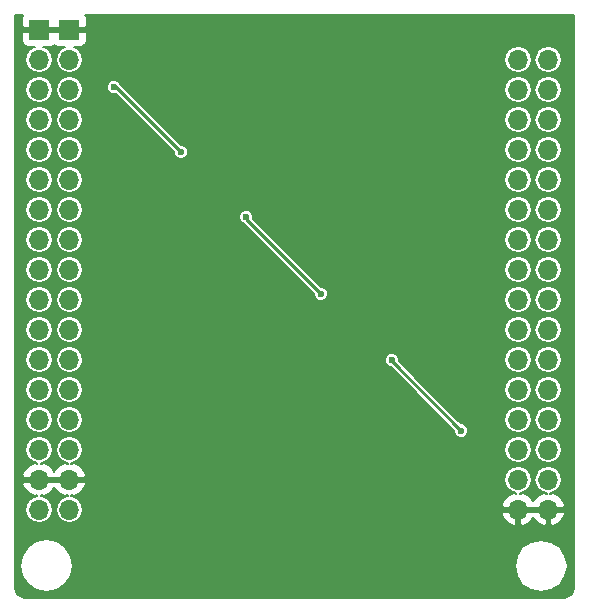
<source format=gbl>
G04 #@! TF.FileFunction,Copper,L2,Bot,Signal*
%FSLAX46Y46*%
G04 Gerber Fmt 4.6, Leading zero omitted, Abs format (unit mm)*
G04 Created by KiCad (PCBNEW 4.0.6-e0-6349~52~ubuntu16.10.1) date Fri Apr 21 00:28:44 2017*
%MOMM*%
%LPD*%
G01*
G04 APERTURE LIST*
%ADD10C,0.100000*%
%ADD11R,1.700000X1.700000*%
%ADD12O,1.700000X1.700000*%
%ADD13C,0.600000*%
%ADD14C,0.250000*%
%ADD15C,0.200000*%
G04 APERTURE END LIST*
D10*
D11*
X149860000Y-71120000D03*
D12*
X149860000Y-73660000D03*
X149860000Y-76200000D03*
X149860000Y-78740000D03*
X149860000Y-81280000D03*
X149860000Y-83820000D03*
X149860000Y-86360000D03*
X149860000Y-88900000D03*
X149860000Y-91440000D03*
X149860000Y-93980000D03*
X149860000Y-96520000D03*
X149860000Y-99060000D03*
X149860000Y-101600000D03*
X149860000Y-104140000D03*
X149860000Y-106680000D03*
X149860000Y-109220000D03*
X149860000Y-111760000D03*
X192976500Y-73660000D03*
X192976500Y-76200000D03*
X192976500Y-78740000D03*
X192976500Y-81280000D03*
X192976500Y-83820000D03*
X192976500Y-86360000D03*
X192976500Y-88900000D03*
X192976500Y-91440000D03*
X192976500Y-93980000D03*
X192976500Y-96520000D03*
X192976500Y-99060000D03*
X192976500Y-101600000D03*
X192976500Y-104140000D03*
X192976500Y-106680000D03*
X192976500Y-109220000D03*
X192976500Y-111760000D03*
D11*
X152425400Y-71120000D03*
D12*
X152425400Y-73660000D03*
X152425400Y-76200000D03*
X152425400Y-78740000D03*
X152425400Y-81280000D03*
X152425400Y-83820000D03*
X152425400Y-86360000D03*
X152425400Y-88900000D03*
X152425400Y-91440000D03*
X152425400Y-93980000D03*
X152425400Y-96520000D03*
X152425400Y-99060000D03*
X152425400Y-101600000D03*
X152425400Y-104140000D03*
X152425400Y-106680000D03*
X152425400Y-109220000D03*
X152425400Y-111760000D03*
X190423800Y-73660000D03*
X190423800Y-76200000D03*
X190423800Y-78740000D03*
X190423800Y-81280000D03*
X190423800Y-83820000D03*
X190423800Y-86360000D03*
X190423800Y-88900000D03*
X190423800Y-91440000D03*
X190423800Y-93980000D03*
X190423800Y-96520000D03*
X190423800Y-99060000D03*
X190423800Y-101600000D03*
X190423800Y-104140000D03*
X190423800Y-106680000D03*
X190423800Y-109220000D03*
X190423800Y-111760000D03*
D13*
X156184600Y-75996800D03*
X161874200Y-81483200D03*
X167411400Y-86969600D03*
X173710600Y-93472000D03*
X179705000Y-99110800D03*
X185597800Y-105054400D03*
X187579000Y-71882000D03*
X172339000Y-99822000D03*
X159639000Y-97282000D03*
X162179000Y-84582000D03*
X172339000Y-82042000D03*
X185039000Y-82042000D03*
X182499000Y-97282000D03*
X179959000Y-109982000D03*
X159639000Y-109982000D03*
D14*
X156387800Y-75996800D02*
X156184600Y-75996800D01*
X161874200Y-81483200D02*
X156387800Y-75996800D01*
X167411400Y-87172800D02*
X167411400Y-86969600D01*
X173710600Y-93472000D02*
X167411400Y-87172800D01*
X179705000Y-99161600D02*
X179705000Y-99110800D01*
X185597800Y-105054400D02*
X179705000Y-99161600D01*
X162179000Y-99822000D02*
X172339000Y-99822000D01*
X159639000Y-97282000D02*
X162179000Y-99822000D01*
X169799000Y-84582000D02*
X162179000Y-84582000D01*
X172339000Y-82042000D02*
X169799000Y-84582000D01*
X185039000Y-94742000D02*
X185039000Y-82042000D01*
X182499000Y-97282000D02*
X185039000Y-94742000D01*
X169799000Y-109982000D02*
X179959000Y-109982000D01*
X159639000Y-109982000D02*
X169799000Y-109982000D01*
X149860000Y-70485000D02*
X149225000Y-70485000D01*
X192976500Y-91440000D02*
X192659000Y-91440000D01*
X193014600Y-104140000D02*
X193014600Y-104241600D01*
X193040000Y-104140000D02*
X193040000Y-104267000D01*
D15*
G36*
X148494562Y-69925596D02*
X148402000Y-70149062D01*
X148402000Y-70814000D01*
X148554000Y-70966000D01*
X149706000Y-70966000D01*
X149706000Y-70946000D01*
X150014000Y-70946000D01*
X150014000Y-70966000D01*
X152271400Y-70966000D01*
X152271400Y-70946000D01*
X152579400Y-70946000D01*
X152579400Y-70966000D01*
X153731400Y-70966000D01*
X153883400Y-70814000D01*
X153883400Y-70149062D01*
X153790838Y-69925596D01*
X153751742Y-69886500D01*
X195116500Y-69886500D01*
X195116500Y-118364000D01*
X195125327Y-118408374D01*
X195066585Y-118703689D01*
X194874166Y-118991666D01*
X194586189Y-119184085D01*
X194322626Y-119236511D01*
X194310000Y-119234000D01*
X181292500Y-119234000D01*
X181286150Y-119235263D01*
X181279800Y-119234000D01*
X148780500Y-119234000D01*
X148704376Y-119249142D01*
X148377311Y-119184085D01*
X148089334Y-118991666D01*
X147896915Y-118703689D01*
X147838173Y-118408376D01*
X147847000Y-118364000D01*
X147847000Y-116509800D01*
X148249976Y-116509800D01*
X148419902Y-117364073D01*
X148903809Y-118088291D01*
X149628027Y-118572198D01*
X150482300Y-118742124D01*
X151336573Y-118572198D01*
X152060791Y-118088291D01*
X152544698Y-117364073D01*
X152712097Y-116522500D01*
X190134576Y-116522500D01*
X190304502Y-117376773D01*
X190788409Y-118100991D01*
X191512627Y-118584898D01*
X192366900Y-118754824D01*
X193221173Y-118584898D01*
X193945391Y-118100991D01*
X194429298Y-117376773D01*
X194599224Y-116522500D01*
X194429298Y-115668227D01*
X193945391Y-114944009D01*
X193221173Y-114460102D01*
X192366900Y-114290176D01*
X191512627Y-114460102D01*
X190788409Y-114944009D01*
X190304502Y-115668227D01*
X190134576Y-116522500D01*
X152712097Y-116522500D01*
X152714624Y-116509800D01*
X152544698Y-115655527D01*
X152060791Y-114931309D01*
X151336573Y-114447402D01*
X150482300Y-114277476D01*
X149628027Y-114447402D01*
X148903809Y-114931309D01*
X148419902Y-115655527D01*
X148249976Y-116509800D01*
X147847000Y-116509800D01*
X147847000Y-109598910D01*
X148452097Y-109598910D01*
X148596523Y-109947616D01*
X148971146Y-110375741D01*
X149481089Y-110627915D01*
X149705998Y-110517857D01*
X149705998Y-110636152D01*
X149397384Y-110697539D01*
X149024297Y-110946827D01*
X148775009Y-111319914D01*
X148687470Y-111760000D01*
X148775009Y-112200086D01*
X149024297Y-112573173D01*
X149397384Y-112822461D01*
X149837470Y-112910000D01*
X149882530Y-112910000D01*
X150322616Y-112822461D01*
X150695703Y-112573173D01*
X150944991Y-112200086D01*
X151032530Y-111760000D01*
X150944991Y-111319914D01*
X150695703Y-110946827D01*
X150322616Y-110697539D01*
X150014002Y-110636152D01*
X150014002Y-110517857D01*
X150238911Y-110627915D01*
X150748854Y-110375741D01*
X151123477Y-109947616D01*
X151142700Y-109901203D01*
X151161923Y-109947616D01*
X151536546Y-110375741D01*
X152046489Y-110627915D01*
X152271398Y-110517857D01*
X152271398Y-110636152D01*
X151962784Y-110697539D01*
X151589697Y-110946827D01*
X151340409Y-111319914D01*
X151252870Y-111760000D01*
X151340409Y-112200086D01*
X151589697Y-112573173D01*
X151962784Y-112822461D01*
X152402870Y-112910000D01*
X152447930Y-112910000D01*
X152888016Y-112822461D01*
X153261103Y-112573173D01*
X153510391Y-112200086D01*
X153522559Y-112138910D01*
X189015897Y-112138910D01*
X189160323Y-112487616D01*
X189534946Y-112915741D01*
X190044889Y-113167915D01*
X190269800Y-113057856D01*
X190269800Y-111914000D01*
X190577800Y-111914000D01*
X190577800Y-113057856D01*
X190802711Y-113167915D01*
X191312654Y-112915741D01*
X191687277Y-112487616D01*
X191700150Y-112456535D01*
X191713023Y-112487616D01*
X192087646Y-112915741D01*
X192597589Y-113167915D01*
X192822500Y-113057856D01*
X192822500Y-111914000D01*
X193130500Y-111914000D01*
X193130500Y-113057856D01*
X193355411Y-113167915D01*
X193865354Y-112915741D01*
X194239977Y-112487616D01*
X194384403Y-112138910D01*
X194273389Y-111914000D01*
X193130500Y-111914000D01*
X192822500Y-111914000D01*
X190577800Y-111914000D01*
X190269800Y-111914000D01*
X189126911Y-111914000D01*
X189015897Y-112138910D01*
X153522559Y-112138910D01*
X153597930Y-111760000D01*
X153522560Y-111381090D01*
X189015897Y-111381090D01*
X189126911Y-111606000D01*
X190269800Y-111606000D01*
X190269800Y-111586000D01*
X190577800Y-111586000D01*
X190577800Y-111606000D01*
X192822500Y-111606000D01*
X192822500Y-111586000D01*
X193130500Y-111586000D01*
X193130500Y-111606000D01*
X194273389Y-111606000D01*
X194384403Y-111381090D01*
X194239977Y-111032384D01*
X193865354Y-110604259D01*
X193355411Y-110352085D01*
X193130502Y-110462143D01*
X193130502Y-110343848D01*
X193439116Y-110282461D01*
X193812203Y-110033173D01*
X194061491Y-109660086D01*
X194149030Y-109220000D01*
X194061491Y-108779914D01*
X193812203Y-108406827D01*
X193439116Y-108157539D01*
X192999030Y-108070000D01*
X192953970Y-108070000D01*
X192513884Y-108157539D01*
X192140797Y-108406827D01*
X191891509Y-108779914D01*
X191803970Y-109220000D01*
X191891509Y-109660086D01*
X192140797Y-110033173D01*
X192513884Y-110282461D01*
X192822498Y-110343848D01*
X192822498Y-110462143D01*
X192597589Y-110352085D01*
X192087646Y-110604259D01*
X191713023Y-111032384D01*
X191700150Y-111063465D01*
X191687277Y-111032384D01*
X191312654Y-110604259D01*
X190802711Y-110352085D01*
X190577802Y-110462143D01*
X190577802Y-110343848D01*
X190886416Y-110282461D01*
X191259503Y-110033173D01*
X191508791Y-109660086D01*
X191596330Y-109220000D01*
X191508791Y-108779914D01*
X191259503Y-108406827D01*
X190886416Y-108157539D01*
X190446330Y-108070000D01*
X190401270Y-108070000D01*
X189961184Y-108157539D01*
X189588097Y-108406827D01*
X189338809Y-108779914D01*
X189251270Y-109220000D01*
X189338809Y-109660086D01*
X189588097Y-110033173D01*
X189961184Y-110282461D01*
X190269798Y-110343848D01*
X190269798Y-110462143D01*
X190044889Y-110352085D01*
X189534946Y-110604259D01*
X189160323Y-111032384D01*
X189015897Y-111381090D01*
X153522560Y-111381090D01*
X153510391Y-111319914D01*
X153261103Y-110946827D01*
X152888016Y-110697539D01*
X152579402Y-110636152D01*
X152579402Y-110517857D01*
X152804311Y-110627915D01*
X153314254Y-110375741D01*
X153688877Y-109947616D01*
X153833303Y-109598910D01*
X153722289Y-109374000D01*
X152579400Y-109374000D01*
X152579400Y-109394000D01*
X152271400Y-109394000D01*
X152271400Y-109374000D01*
X150014000Y-109374000D01*
X150014000Y-109394000D01*
X149706000Y-109394000D01*
X149706000Y-109374000D01*
X148563111Y-109374000D01*
X148452097Y-109598910D01*
X147847000Y-109598910D01*
X147847000Y-108841090D01*
X148452097Y-108841090D01*
X148563111Y-109066000D01*
X149706000Y-109066000D01*
X149706000Y-109046000D01*
X150014000Y-109046000D01*
X150014000Y-109066000D01*
X152271400Y-109066000D01*
X152271400Y-109046000D01*
X152579400Y-109046000D01*
X152579400Y-109066000D01*
X153722289Y-109066000D01*
X153833303Y-108841090D01*
X153688877Y-108492384D01*
X153314254Y-108064259D01*
X152804311Y-107812085D01*
X152579402Y-107922143D01*
X152579402Y-107803848D01*
X152888016Y-107742461D01*
X153261103Y-107493173D01*
X153510391Y-107120086D01*
X153597930Y-106680000D01*
X189251270Y-106680000D01*
X189338809Y-107120086D01*
X189588097Y-107493173D01*
X189961184Y-107742461D01*
X190401270Y-107830000D01*
X190446330Y-107830000D01*
X190886416Y-107742461D01*
X191259503Y-107493173D01*
X191508791Y-107120086D01*
X191596330Y-106680000D01*
X191803970Y-106680000D01*
X191891509Y-107120086D01*
X192140797Y-107493173D01*
X192513884Y-107742461D01*
X192953970Y-107830000D01*
X192999030Y-107830000D01*
X193439116Y-107742461D01*
X193812203Y-107493173D01*
X194061491Y-107120086D01*
X194149030Y-106680000D01*
X194061491Y-106239914D01*
X193812203Y-105866827D01*
X193439116Y-105617539D01*
X192999030Y-105530000D01*
X192953970Y-105530000D01*
X192513884Y-105617539D01*
X192140797Y-105866827D01*
X191891509Y-106239914D01*
X191803970Y-106680000D01*
X191596330Y-106680000D01*
X191508791Y-106239914D01*
X191259503Y-105866827D01*
X190886416Y-105617539D01*
X190446330Y-105530000D01*
X190401270Y-105530000D01*
X189961184Y-105617539D01*
X189588097Y-105866827D01*
X189338809Y-106239914D01*
X189251270Y-106680000D01*
X153597930Y-106680000D01*
X153510391Y-106239914D01*
X153261103Y-105866827D01*
X152888016Y-105617539D01*
X152447930Y-105530000D01*
X152402870Y-105530000D01*
X151962784Y-105617539D01*
X151589697Y-105866827D01*
X151340409Y-106239914D01*
X151252870Y-106680000D01*
X151340409Y-107120086D01*
X151589697Y-107493173D01*
X151962784Y-107742461D01*
X152271398Y-107803848D01*
X152271398Y-107922143D01*
X152046489Y-107812085D01*
X151536546Y-108064259D01*
X151161923Y-108492384D01*
X151142700Y-108538797D01*
X151123477Y-108492384D01*
X150748854Y-108064259D01*
X150238911Y-107812085D01*
X150014002Y-107922143D01*
X150014002Y-107803848D01*
X150322616Y-107742461D01*
X150695703Y-107493173D01*
X150944991Y-107120086D01*
X151032530Y-106680000D01*
X150944991Y-106239914D01*
X150695703Y-105866827D01*
X150322616Y-105617539D01*
X149882530Y-105530000D01*
X149837470Y-105530000D01*
X149397384Y-105617539D01*
X149024297Y-105866827D01*
X148775009Y-106239914D01*
X148687470Y-106680000D01*
X148775009Y-107120086D01*
X149024297Y-107493173D01*
X149397384Y-107742461D01*
X149705998Y-107803848D01*
X149705998Y-107922143D01*
X149481089Y-107812085D01*
X148971146Y-108064259D01*
X148596523Y-108492384D01*
X148452097Y-108841090D01*
X147847000Y-108841090D01*
X147847000Y-104140000D01*
X148687470Y-104140000D01*
X148775009Y-104580086D01*
X149024297Y-104953173D01*
X149397384Y-105202461D01*
X149837470Y-105290000D01*
X149882530Y-105290000D01*
X150322616Y-105202461D01*
X150695703Y-104953173D01*
X150944991Y-104580086D01*
X151032530Y-104140000D01*
X151252870Y-104140000D01*
X151340409Y-104580086D01*
X151589697Y-104953173D01*
X151962784Y-105202461D01*
X152402870Y-105290000D01*
X152447930Y-105290000D01*
X152888016Y-105202461D01*
X153261103Y-104953173D01*
X153510391Y-104580086D01*
X153597930Y-104140000D01*
X153510391Y-103699914D01*
X153261103Y-103326827D01*
X152888016Y-103077539D01*
X152447930Y-102990000D01*
X152402870Y-102990000D01*
X151962784Y-103077539D01*
X151589697Y-103326827D01*
X151340409Y-103699914D01*
X151252870Y-104140000D01*
X151032530Y-104140000D01*
X150944991Y-103699914D01*
X150695703Y-103326827D01*
X150322616Y-103077539D01*
X149882530Y-102990000D01*
X149837470Y-102990000D01*
X149397384Y-103077539D01*
X149024297Y-103326827D01*
X148775009Y-103699914D01*
X148687470Y-104140000D01*
X147847000Y-104140000D01*
X147847000Y-101600000D01*
X148687470Y-101600000D01*
X148775009Y-102040086D01*
X149024297Y-102413173D01*
X149397384Y-102662461D01*
X149837470Y-102750000D01*
X149882530Y-102750000D01*
X150322616Y-102662461D01*
X150695703Y-102413173D01*
X150944991Y-102040086D01*
X151032530Y-101600000D01*
X151252870Y-101600000D01*
X151340409Y-102040086D01*
X151589697Y-102413173D01*
X151962784Y-102662461D01*
X152402870Y-102750000D01*
X152447930Y-102750000D01*
X152888016Y-102662461D01*
X153261103Y-102413173D01*
X153510391Y-102040086D01*
X153597930Y-101600000D01*
X153510391Y-101159914D01*
X153261103Y-100786827D01*
X152888016Y-100537539D01*
X152447930Y-100450000D01*
X152402870Y-100450000D01*
X151962784Y-100537539D01*
X151589697Y-100786827D01*
X151340409Y-101159914D01*
X151252870Y-101600000D01*
X151032530Y-101600000D01*
X150944991Y-101159914D01*
X150695703Y-100786827D01*
X150322616Y-100537539D01*
X149882530Y-100450000D01*
X149837470Y-100450000D01*
X149397384Y-100537539D01*
X149024297Y-100786827D01*
X148775009Y-101159914D01*
X148687470Y-101600000D01*
X147847000Y-101600000D01*
X147847000Y-99060000D01*
X148687470Y-99060000D01*
X148775009Y-99500086D01*
X149024297Y-99873173D01*
X149397384Y-100122461D01*
X149837470Y-100210000D01*
X149882530Y-100210000D01*
X150322616Y-100122461D01*
X150695703Y-99873173D01*
X150944991Y-99500086D01*
X151032530Y-99060000D01*
X151252870Y-99060000D01*
X151340409Y-99500086D01*
X151589697Y-99873173D01*
X151962784Y-100122461D01*
X152402870Y-100210000D01*
X152447930Y-100210000D01*
X152888016Y-100122461D01*
X153261103Y-99873173D01*
X153510391Y-99500086D01*
X153564189Y-99229624D01*
X179104896Y-99229624D01*
X179196048Y-99450229D01*
X179364683Y-99619159D01*
X179585129Y-99710696D01*
X179653115Y-99710755D01*
X184997799Y-105055440D01*
X184997696Y-105173224D01*
X185088848Y-105393829D01*
X185257483Y-105562759D01*
X185477929Y-105654296D01*
X185716624Y-105654504D01*
X185937229Y-105563352D01*
X186106159Y-105394717D01*
X186197696Y-105174271D01*
X186197904Y-104935576D01*
X186106752Y-104714971D01*
X185938117Y-104546041D01*
X185717671Y-104454504D01*
X185598841Y-104454400D01*
X185284441Y-104140000D01*
X189251270Y-104140000D01*
X189338809Y-104580086D01*
X189588097Y-104953173D01*
X189961184Y-105202461D01*
X190401270Y-105290000D01*
X190446330Y-105290000D01*
X190886416Y-105202461D01*
X191259503Y-104953173D01*
X191508791Y-104580086D01*
X191596330Y-104140000D01*
X191803970Y-104140000D01*
X191891509Y-104580086D01*
X192140797Y-104953173D01*
X192513884Y-105202461D01*
X192953970Y-105290000D01*
X192999030Y-105290000D01*
X193439116Y-105202461D01*
X193812203Y-104953173D01*
X194061491Y-104580086D01*
X194149030Y-104140000D01*
X194061491Y-103699914D01*
X193812203Y-103326827D01*
X193439116Y-103077539D01*
X192999030Y-102990000D01*
X192953970Y-102990000D01*
X192513884Y-103077539D01*
X192140797Y-103326827D01*
X191891509Y-103699914D01*
X191803970Y-104140000D01*
X191596330Y-104140000D01*
X191508791Y-103699914D01*
X191259503Y-103326827D01*
X190886416Y-103077539D01*
X190446330Y-102990000D01*
X190401270Y-102990000D01*
X189961184Y-103077539D01*
X189588097Y-103326827D01*
X189338809Y-103699914D01*
X189251270Y-104140000D01*
X185284441Y-104140000D01*
X182744441Y-101600000D01*
X189251270Y-101600000D01*
X189338809Y-102040086D01*
X189588097Y-102413173D01*
X189961184Y-102662461D01*
X190401270Y-102750000D01*
X190446330Y-102750000D01*
X190886416Y-102662461D01*
X191259503Y-102413173D01*
X191508791Y-102040086D01*
X191596330Y-101600000D01*
X191803970Y-101600000D01*
X191891509Y-102040086D01*
X192140797Y-102413173D01*
X192513884Y-102662461D01*
X192953970Y-102750000D01*
X192999030Y-102750000D01*
X193439116Y-102662461D01*
X193812203Y-102413173D01*
X194061491Y-102040086D01*
X194149030Y-101600000D01*
X194061491Y-101159914D01*
X193812203Y-100786827D01*
X193439116Y-100537539D01*
X192999030Y-100450000D01*
X192953970Y-100450000D01*
X192513884Y-100537539D01*
X192140797Y-100786827D01*
X191891509Y-101159914D01*
X191803970Y-101600000D01*
X191596330Y-101600000D01*
X191508791Y-101159914D01*
X191259503Y-100786827D01*
X190886416Y-100537539D01*
X190446330Y-100450000D01*
X190401270Y-100450000D01*
X189961184Y-100537539D01*
X189588097Y-100786827D01*
X189338809Y-101159914D01*
X189251270Y-101600000D01*
X182744441Y-101600000D01*
X180304957Y-99160517D01*
X180305044Y-99060000D01*
X189251270Y-99060000D01*
X189338809Y-99500086D01*
X189588097Y-99873173D01*
X189961184Y-100122461D01*
X190401270Y-100210000D01*
X190446330Y-100210000D01*
X190886416Y-100122461D01*
X191259503Y-99873173D01*
X191508791Y-99500086D01*
X191596330Y-99060000D01*
X191803970Y-99060000D01*
X191891509Y-99500086D01*
X192140797Y-99873173D01*
X192513884Y-100122461D01*
X192953970Y-100210000D01*
X192999030Y-100210000D01*
X193439116Y-100122461D01*
X193812203Y-99873173D01*
X194061491Y-99500086D01*
X194149030Y-99060000D01*
X194061491Y-98619914D01*
X193812203Y-98246827D01*
X193439116Y-97997539D01*
X192999030Y-97910000D01*
X192953970Y-97910000D01*
X192513884Y-97997539D01*
X192140797Y-98246827D01*
X191891509Y-98619914D01*
X191803970Y-99060000D01*
X191596330Y-99060000D01*
X191508791Y-98619914D01*
X191259503Y-98246827D01*
X190886416Y-97997539D01*
X190446330Y-97910000D01*
X190401270Y-97910000D01*
X189961184Y-97997539D01*
X189588097Y-98246827D01*
X189338809Y-98619914D01*
X189251270Y-99060000D01*
X180305044Y-99060000D01*
X180305104Y-98991976D01*
X180213952Y-98771371D01*
X180045317Y-98602441D01*
X179824871Y-98510904D01*
X179586176Y-98510696D01*
X179365571Y-98601848D01*
X179196641Y-98770483D01*
X179105104Y-98990929D01*
X179104896Y-99229624D01*
X153564189Y-99229624D01*
X153597930Y-99060000D01*
X153510391Y-98619914D01*
X153261103Y-98246827D01*
X152888016Y-97997539D01*
X152447930Y-97910000D01*
X152402870Y-97910000D01*
X151962784Y-97997539D01*
X151589697Y-98246827D01*
X151340409Y-98619914D01*
X151252870Y-99060000D01*
X151032530Y-99060000D01*
X150944991Y-98619914D01*
X150695703Y-98246827D01*
X150322616Y-97997539D01*
X149882530Y-97910000D01*
X149837470Y-97910000D01*
X149397384Y-97997539D01*
X149024297Y-98246827D01*
X148775009Y-98619914D01*
X148687470Y-99060000D01*
X147847000Y-99060000D01*
X147847000Y-96520000D01*
X148687470Y-96520000D01*
X148775009Y-96960086D01*
X149024297Y-97333173D01*
X149397384Y-97582461D01*
X149837470Y-97670000D01*
X149882530Y-97670000D01*
X150322616Y-97582461D01*
X150695703Y-97333173D01*
X150944991Y-96960086D01*
X151032530Y-96520000D01*
X151252870Y-96520000D01*
X151340409Y-96960086D01*
X151589697Y-97333173D01*
X151962784Y-97582461D01*
X152402870Y-97670000D01*
X152447930Y-97670000D01*
X152888016Y-97582461D01*
X153261103Y-97333173D01*
X153510391Y-96960086D01*
X153597930Y-96520000D01*
X189251270Y-96520000D01*
X189338809Y-96960086D01*
X189588097Y-97333173D01*
X189961184Y-97582461D01*
X190401270Y-97670000D01*
X190446330Y-97670000D01*
X190886416Y-97582461D01*
X191259503Y-97333173D01*
X191508791Y-96960086D01*
X191596330Y-96520000D01*
X191803970Y-96520000D01*
X191891509Y-96960086D01*
X192140797Y-97333173D01*
X192513884Y-97582461D01*
X192953970Y-97670000D01*
X192999030Y-97670000D01*
X193439116Y-97582461D01*
X193812203Y-97333173D01*
X194061491Y-96960086D01*
X194149030Y-96520000D01*
X194061491Y-96079914D01*
X193812203Y-95706827D01*
X193439116Y-95457539D01*
X192999030Y-95370000D01*
X192953970Y-95370000D01*
X192513884Y-95457539D01*
X192140797Y-95706827D01*
X191891509Y-96079914D01*
X191803970Y-96520000D01*
X191596330Y-96520000D01*
X191508791Y-96079914D01*
X191259503Y-95706827D01*
X190886416Y-95457539D01*
X190446330Y-95370000D01*
X190401270Y-95370000D01*
X189961184Y-95457539D01*
X189588097Y-95706827D01*
X189338809Y-96079914D01*
X189251270Y-96520000D01*
X153597930Y-96520000D01*
X153510391Y-96079914D01*
X153261103Y-95706827D01*
X152888016Y-95457539D01*
X152447930Y-95370000D01*
X152402870Y-95370000D01*
X151962784Y-95457539D01*
X151589697Y-95706827D01*
X151340409Y-96079914D01*
X151252870Y-96520000D01*
X151032530Y-96520000D01*
X150944991Y-96079914D01*
X150695703Y-95706827D01*
X150322616Y-95457539D01*
X149882530Y-95370000D01*
X149837470Y-95370000D01*
X149397384Y-95457539D01*
X149024297Y-95706827D01*
X148775009Y-96079914D01*
X148687470Y-96520000D01*
X147847000Y-96520000D01*
X147847000Y-93980000D01*
X148687470Y-93980000D01*
X148775009Y-94420086D01*
X149024297Y-94793173D01*
X149397384Y-95042461D01*
X149837470Y-95130000D01*
X149882530Y-95130000D01*
X150322616Y-95042461D01*
X150695703Y-94793173D01*
X150944991Y-94420086D01*
X151032530Y-93980000D01*
X151252870Y-93980000D01*
X151340409Y-94420086D01*
X151589697Y-94793173D01*
X151962784Y-95042461D01*
X152402870Y-95130000D01*
X152447930Y-95130000D01*
X152888016Y-95042461D01*
X153261103Y-94793173D01*
X153510391Y-94420086D01*
X153597930Y-93980000D01*
X153510391Y-93539914D01*
X153261103Y-93166827D01*
X152888016Y-92917539D01*
X152447930Y-92830000D01*
X152402870Y-92830000D01*
X151962784Y-92917539D01*
X151589697Y-93166827D01*
X151340409Y-93539914D01*
X151252870Y-93980000D01*
X151032530Y-93980000D01*
X150944991Y-93539914D01*
X150695703Y-93166827D01*
X150322616Y-92917539D01*
X149882530Y-92830000D01*
X149837470Y-92830000D01*
X149397384Y-92917539D01*
X149024297Y-93166827D01*
X148775009Y-93539914D01*
X148687470Y-93980000D01*
X147847000Y-93980000D01*
X147847000Y-91440000D01*
X148687470Y-91440000D01*
X148775009Y-91880086D01*
X149024297Y-92253173D01*
X149397384Y-92502461D01*
X149837470Y-92590000D01*
X149882530Y-92590000D01*
X150322616Y-92502461D01*
X150695703Y-92253173D01*
X150944991Y-91880086D01*
X151032530Y-91440000D01*
X151252870Y-91440000D01*
X151340409Y-91880086D01*
X151589697Y-92253173D01*
X151962784Y-92502461D01*
X152402870Y-92590000D01*
X152447930Y-92590000D01*
X152888016Y-92502461D01*
X153261103Y-92253173D01*
X153510391Y-91880086D01*
X153597930Y-91440000D01*
X153510391Y-90999914D01*
X153261103Y-90626827D01*
X152888016Y-90377539D01*
X152447930Y-90290000D01*
X152402870Y-90290000D01*
X151962784Y-90377539D01*
X151589697Y-90626827D01*
X151340409Y-90999914D01*
X151252870Y-91440000D01*
X151032530Y-91440000D01*
X150944991Y-90999914D01*
X150695703Y-90626827D01*
X150322616Y-90377539D01*
X149882530Y-90290000D01*
X149837470Y-90290000D01*
X149397384Y-90377539D01*
X149024297Y-90626827D01*
X148775009Y-90999914D01*
X148687470Y-91440000D01*
X147847000Y-91440000D01*
X147847000Y-88900000D01*
X148687470Y-88900000D01*
X148775009Y-89340086D01*
X149024297Y-89713173D01*
X149397384Y-89962461D01*
X149837470Y-90050000D01*
X149882530Y-90050000D01*
X150322616Y-89962461D01*
X150695703Y-89713173D01*
X150944991Y-89340086D01*
X151032530Y-88900000D01*
X151252870Y-88900000D01*
X151340409Y-89340086D01*
X151589697Y-89713173D01*
X151962784Y-89962461D01*
X152402870Y-90050000D01*
X152447930Y-90050000D01*
X152888016Y-89962461D01*
X153261103Y-89713173D01*
X153510391Y-89340086D01*
X153597930Y-88900000D01*
X153510391Y-88459914D01*
X153261103Y-88086827D01*
X152888016Y-87837539D01*
X152447930Y-87750000D01*
X152402870Y-87750000D01*
X151962784Y-87837539D01*
X151589697Y-88086827D01*
X151340409Y-88459914D01*
X151252870Y-88900000D01*
X151032530Y-88900000D01*
X150944991Y-88459914D01*
X150695703Y-88086827D01*
X150322616Y-87837539D01*
X149882530Y-87750000D01*
X149837470Y-87750000D01*
X149397384Y-87837539D01*
X149024297Y-88086827D01*
X148775009Y-88459914D01*
X148687470Y-88900000D01*
X147847000Y-88900000D01*
X147847000Y-86360000D01*
X148687470Y-86360000D01*
X148775009Y-86800086D01*
X149024297Y-87173173D01*
X149397384Y-87422461D01*
X149837470Y-87510000D01*
X149882530Y-87510000D01*
X150322616Y-87422461D01*
X150695703Y-87173173D01*
X150944991Y-86800086D01*
X151032530Y-86360000D01*
X151252870Y-86360000D01*
X151340409Y-86800086D01*
X151589697Y-87173173D01*
X151962784Y-87422461D01*
X152402870Y-87510000D01*
X152447930Y-87510000D01*
X152888016Y-87422461D01*
X153261103Y-87173173D01*
X153317730Y-87088424D01*
X166811296Y-87088424D01*
X166902448Y-87309029D01*
X167071083Y-87477959D01*
X167147073Y-87509513D01*
X173110599Y-93473039D01*
X173110496Y-93590824D01*
X173201648Y-93811429D01*
X173370283Y-93980359D01*
X173590729Y-94071896D01*
X173829424Y-94072104D01*
X174050029Y-93980952D01*
X174050982Y-93980000D01*
X189251270Y-93980000D01*
X189338809Y-94420086D01*
X189588097Y-94793173D01*
X189961184Y-95042461D01*
X190401270Y-95130000D01*
X190446330Y-95130000D01*
X190886416Y-95042461D01*
X191259503Y-94793173D01*
X191508791Y-94420086D01*
X191596330Y-93980000D01*
X191803970Y-93980000D01*
X191891509Y-94420086D01*
X192140797Y-94793173D01*
X192513884Y-95042461D01*
X192953970Y-95130000D01*
X192999030Y-95130000D01*
X193439116Y-95042461D01*
X193812203Y-94793173D01*
X194061491Y-94420086D01*
X194149030Y-93980000D01*
X194061491Y-93539914D01*
X193812203Y-93166827D01*
X193439116Y-92917539D01*
X192999030Y-92830000D01*
X192953970Y-92830000D01*
X192513884Y-92917539D01*
X192140797Y-93166827D01*
X191891509Y-93539914D01*
X191803970Y-93980000D01*
X191596330Y-93980000D01*
X191508791Y-93539914D01*
X191259503Y-93166827D01*
X190886416Y-92917539D01*
X190446330Y-92830000D01*
X190401270Y-92830000D01*
X189961184Y-92917539D01*
X189588097Y-93166827D01*
X189338809Y-93539914D01*
X189251270Y-93980000D01*
X174050982Y-93980000D01*
X174218959Y-93812317D01*
X174310496Y-93591871D01*
X174310704Y-93353176D01*
X174219552Y-93132571D01*
X174050917Y-92963641D01*
X173830471Y-92872104D01*
X173711640Y-92872000D01*
X172279640Y-91440000D01*
X189251270Y-91440000D01*
X189338809Y-91880086D01*
X189588097Y-92253173D01*
X189961184Y-92502461D01*
X190401270Y-92590000D01*
X190446330Y-92590000D01*
X190886416Y-92502461D01*
X191259503Y-92253173D01*
X191508791Y-91880086D01*
X191596330Y-91440000D01*
X191803970Y-91440000D01*
X191891509Y-91880086D01*
X192140797Y-92253173D01*
X192513884Y-92502461D01*
X192953970Y-92590000D01*
X192999030Y-92590000D01*
X193439116Y-92502461D01*
X193812203Y-92253173D01*
X194061491Y-91880086D01*
X194149030Y-91440000D01*
X194061491Y-90999914D01*
X193812203Y-90626827D01*
X193439116Y-90377539D01*
X192999030Y-90290000D01*
X192953970Y-90290000D01*
X192513884Y-90377539D01*
X192140797Y-90626827D01*
X191891509Y-90999914D01*
X191803970Y-91440000D01*
X191596330Y-91440000D01*
X191508791Y-90999914D01*
X191259503Y-90626827D01*
X190886416Y-90377539D01*
X190446330Y-90290000D01*
X190401270Y-90290000D01*
X189961184Y-90377539D01*
X189588097Y-90626827D01*
X189338809Y-90999914D01*
X189251270Y-91440000D01*
X172279640Y-91440000D01*
X169739640Y-88900000D01*
X189251270Y-88900000D01*
X189338809Y-89340086D01*
X189588097Y-89713173D01*
X189961184Y-89962461D01*
X190401270Y-90050000D01*
X190446330Y-90050000D01*
X190886416Y-89962461D01*
X191259503Y-89713173D01*
X191508791Y-89340086D01*
X191596330Y-88900000D01*
X191803970Y-88900000D01*
X191891509Y-89340086D01*
X192140797Y-89713173D01*
X192513884Y-89962461D01*
X192953970Y-90050000D01*
X192999030Y-90050000D01*
X193439116Y-89962461D01*
X193812203Y-89713173D01*
X194061491Y-89340086D01*
X194149030Y-88900000D01*
X194061491Y-88459914D01*
X193812203Y-88086827D01*
X193439116Y-87837539D01*
X192999030Y-87750000D01*
X192953970Y-87750000D01*
X192513884Y-87837539D01*
X192140797Y-88086827D01*
X191891509Y-88459914D01*
X191803970Y-88900000D01*
X191596330Y-88900000D01*
X191508791Y-88459914D01*
X191259503Y-88086827D01*
X190886416Y-87837539D01*
X190446330Y-87750000D01*
X190401270Y-87750000D01*
X189961184Y-87837539D01*
X189588097Y-88086827D01*
X189338809Y-88459914D01*
X189251270Y-88900000D01*
X169739640Y-88900000D01*
X167987183Y-87147543D01*
X168011296Y-87089471D01*
X168011504Y-86850776D01*
X167920352Y-86630171D01*
X167751717Y-86461241D01*
X167531271Y-86369704D01*
X167292576Y-86369496D01*
X167071971Y-86460648D01*
X166903041Y-86629283D01*
X166811504Y-86849729D01*
X166811296Y-87088424D01*
X153317730Y-87088424D01*
X153510391Y-86800086D01*
X153597930Y-86360000D01*
X189251270Y-86360000D01*
X189338809Y-86800086D01*
X189588097Y-87173173D01*
X189961184Y-87422461D01*
X190401270Y-87510000D01*
X190446330Y-87510000D01*
X190886416Y-87422461D01*
X191259503Y-87173173D01*
X191508791Y-86800086D01*
X191596330Y-86360000D01*
X191803970Y-86360000D01*
X191891509Y-86800086D01*
X192140797Y-87173173D01*
X192513884Y-87422461D01*
X192953970Y-87510000D01*
X192999030Y-87510000D01*
X193439116Y-87422461D01*
X193812203Y-87173173D01*
X194061491Y-86800086D01*
X194149030Y-86360000D01*
X194061491Y-85919914D01*
X193812203Y-85546827D01*
X193439116Y-85297539D01*
X192999030Y-85210000D01*
X192953970Y-85210000D01*
X192513884Y-85297539D01*
X192140797Y-85546827D01*
X191891509Y-85919914D01*
X191803970Y-86360000D01*
X191596330Y-86360000D01*
X191508791Y-85919914D01*
X191259503Y-85546827D01*
X190886416Y-85297539D01*
X190446330Y-85210000D01*
X190401270Y-85210000D01*
X189961184Y-85297539D01*
X189588097Y-85546827D01*
X189338809Y-85919914D01*
X189251270Y-86360000D01*
X153597930Y-86360000D01*
X153510391Y-85919914D01*
X153261103Y-85546827D01*
X152888016Y-85297539D01*
X152447930Y-85210000D01*
X152402870Y-85210000D01*
X151962784Y-85297539D01*
X151589697Y-85546827D01*
X151340409Y-85919914D01*
X151252870Y-86360000D01*
X151032530Y-86360000D01*
X150944991Y-85919914D01*
X150695703Y-85546827D01*
X150322616Y-85297539D01*
X149882530Y-85210000D01*
X149837470Y-85210000D01*
X149397384Y-85297539D01*
X149024297Y-85546827D01*
X148775009Y-85919914D01*
X148687470Y-86360000D01*
X147847000Y-86360000D01*
X147847000Y-83820000D01*
X148687470Y-83820000D01*
X148775009Y-84260086D01*
X149024297Y-84633173D01*
X149397384Y-84882461D01*
X149837470Y-84970000D01*
X149882530Y-84970000D01*
X150322616Y-84882461D01*
X150695703Y-84633173D01*
X150944991Y-84260086D01*
X151032530Y-83820000D01*
X151252870Y-83820000D01*
X151340409Y-84260086D01*
X151589697Y-84633173D01*
X151962784Y-84882461D01*
X152402870Y-84970000D01*
X152447930Y-84970000D01*
X152888016Y-84882461D01*
X153261103Y-84633173D01*
X153510391Y-84260086D01*
X153597930Y-83820000D01*
X189251270Y-83820000D01*
X189338809Y-84260086D01*
X189588097Y-84633173D01*
X189961184Y-84882461D01*
X190401270Y-84970000D01*
X190446330Y-84970000D01*
X190886416Y-84882461D01*
X191259503Y-84633173D01*
X191508791Y-84260086D01*
X191596330Y-83820000D01*
X191803970Y-83820000D01*
X191891509Y-84260086D01*
X192140797Y-84633173D01*
X192513884Y-84882461D01*
X192953970Y-84970000D01*
X192999030Y-84970000D01*
X193439116Y-84882461D01*
X193812203Y-84633173D01*
X194061491Y-84260086D01*
X194149030Y-83820000D01*
X194061491Y-83379914D01*
X193812203Y-83006827D01*
X193439116Y-82757539D01*
X192999030Y-82670000D01*
X192953970Y-82670000D01*
X192513884Y-82757539D01*
X192140797Y-83006827D01*
X191891509Y-83379914D01*
X191803970Y-83820000D01*
X191596330Y-83820000D01*
X191508791Y-83379914D01*
X191259503Y-83006827D01*
X190886416Y-82757539D01*
X190446330Y-82670000D01*
X190401270Y-82670000D01*
X189961184Y-82757539D01*
X189588097Y-83006827D01*
X189338809Y-83379914D01*
X189251270Y-83820000D01*
X153597930Y-83820000D01*
X153510391Y-83379914D01*
X153261103Y-83006827D01*
X152888016Y-82757539D01*
X152447930Y-82670000D01*
X152402870Y-82670000D01*
X151962784Y-82757539D01*
X151589697Y-83006827D01*
X151340409Y-83379914D01*
X151252870Y-83820000D01*
X151032530Y-83820000D01*
X150944991Y-83379914D01*
X150695703Y-83006827D01*
X150322616Y-82757539D01*
X149882530Y-82670000D01*
X149837470Y-82670000D01*
X149397384Y-82757539D01*
X149024297Y-83006827D01*
X148775009Y-83379914D01*
X148687470Y-83820000D01*
X147847000Y-83820000D01*
X147847000Y-81280000D01*
X148687470Y-81280000D01*
X148775009Y-81720086D01*
X149024297Y-82093173D01*
X149397384Y-82342461D01*
X149837470Y-82430000D01*
X149882530Y-82430000D01*
X150322616Y-82342461D01*
X150695703Y-82093173D01*
X150944991Y-81720086D01*
X151032530Y-81280000D01*
X151252870Y-81280000D01*
X151340409Y-81720086D01*
X151589697Y-82093173D01*
X151962784Y-82342461D01*
X152402870Y-82430000D01*
X152447930Y-82430000D01*
X152888016Y-82342461D01*
X153261103Y-82093173D01*
X153510391Y-81720086D01*
X153597930Y-81280000D01*
X153510391Y-80839914D01*
X153261103Y-80466827D01*
X152888016Y-80217539D01*
X152447930Y-80130000D01*
X152402870Y-80130000D01*
X151962784Y-80217539D01*
X151589697Y-80466827D01*
X151340409Y-80839914D01*
X151252870Y-81280000D01*
X151032530Y-81280000D01*
X150944991Y-80839914D01*
X150695703Y-80466827D01*
X150322616Y-80217539D01*
X149882530Y-80130000D01*
X149837470Y-80130000D01*
X149397384Y-80217539D01*
X149024297Y-80466827D01*
X148775009Y-80839914D01*
X148687470Y-81280000D01*
X147847000Y-81280000D01*
X147847000Y-78740000D01*
X148687470Y-78740000D01*
X148775009Y-79180086D01*
X149024297Y-79553173D01*
X149397384Y-79802461D01*
X149837470Y-79890000D01*
X149882530Y-79890000D01*
X150322616Y-79802461D01*
X150695703Y-79553173D01*
X150944991Y-79180086D01*
X151032530Y-78740000D01*
X151252870Y-78740000D01*
X151340409Y-79180086D01*
X151589697Y-79553173D01*
X151962784Y-79802461D01*
X152402870Y-79890000D01*
X152447930Y-79890000D01*
X152888016Y-79802461D01*
X153261103Y-79553173D01*
X153510391Y-79180086D01*
X153597930Y-78740000D01*
X153510391Y-78299914D01*
X153261103Y-77926827D01*
X152888016Y-77677539D01*
X152447930Y-77590000D01*
X152402870Y-77590000D01*
X151962784Y-77677539D01*
X151589697Y-77926827D01*
X151340409Y-78299914D01*
X151252870Y-78740000D01*
X151032530Y-78740000D01*
X150944991Y-78299914D01*
X150695703Y-77926827D01*
X150322616Y-77677539D01*
X149882530Y-77590000D01*
X149837470Y-77590000D01*
X149397384Y-77677539D01*
X149024297Y-77926827D01*
X148775009Y-78299914D01*
X148687470Y-78740000D01*
X147847000Y-78740000D01*
X147847000Y-76200000D01*
X148687470Y-76200000D01*
X148775009Y-76640086D01*
X149024297Y-77013173D01*
X149397384Y-77262461D01*
X149837470Y-77350000D01*
X149882530Y-77350000D01*
X150322616Y-77262461D01*
X150695703Y-77013173D01*
X150944991Y-76640086D01*
X151032530Y-76200000D01*
X151252870Y-76200000D01*
X151340409Y-76640086D01*
X151589697Y-77013173D01*
X151962784Y-77262461D01*
X152402870Y-77350000D01*
X152447930Y-77350000D01*
X152888016Y-77262461D01*
X153261103Y-77013173D01*
X153510391Y-76640086D01*
X153597930Y-76200000D01*
X153581147Y-76115624D01*
X155584496Y-76115624D01*
X155675648Y-76336229D01*
X155844283Y-76505159D01*
X156064729Y-76596696D01*
X156303424Y-76596904D01*
X156362468Y-76572508D01*
X161274199Y-81484240D01*
X161274096Y-81602024D01*
X161365248Y-81822629D01*
X161533883Y-81991559D01*
X161754329Y-82083096D01*
X161993024Y-82083304D01*
X162213629Y-81992152D01*
X162382559Y-81823517D01*
X162474096Y-81603071D01*
X162474304Y-81364376D01*
X162439441Y-81280000D01*
X189251270Y-81280000D01*
X189338809Y-81720086D01*
X189588097Y-82093173D01*
X189961184Y-82342461D01*
X190401270Y-82430000D01*
X190446330Y-82430000D01*
X190886416Y-82342461D01*
X191259503Y-82093173D01*
X191508791Y-81720086D01*
X191596330Y-81280000D01*
X191803970Y-81280000D01*
X191891509Y-81720086D01*
X192140797Y-82093173D01*
X192513884Y-82342461D01*
X192953970Y-82430000D01*
X192999030Y-82430000D01*
X193439116Y-82342461D01*
X193812203Y-82093173D01*
X194061491Y-81720086D01*
X194149030Y-81280000D01*
X194061491Y-80839914D01*
X193812203Y-80466827D01*
X193439116Y-80217539D01*
X192999030Y-80130000D01*
X192953970Y-80130000D01*
X192513884Y-80217539D01*
X192140797Y-80466827D01*
X191891509Y-80839914D01*
X191803970Y-81280000D01*
X191596330Y-81280000D01*
X191508791Y-80839914D01*
X191259503Y-80466827D01*
X190886416Y-80217539D01*
X190446330Y-80130000D01*
X190401270Y-80130000D01*
X189961184Y-80217539D01*
X189588097Y-80466827D01*
X189338809Y-80839914D01*
X189251270Y-81280000D01*
X162439441Y-81280000D01*
X162383152Y-81143771D01*
X162214517Y-80974841D01*
X161994071Y-80883304D01*
X161875241Y-80883200D01*
X159732041Y-78740000D01*
X189251270Y-78740000D01*
X189338809Y-79180086D01*
X189588097Y-79553173D01*
X189961184Y-79802461D01*
X190401270Y-79890000D01*
X190446330Y-79890000D01*
X190886416Y-79802461D01*
X191259503Y-79553173D01*
X191508791Y-79180086D01*
X191596330Y-78740000D01*
X191803970Y-78740000D01*
X191891509Y-79180086D01*
X192140797Y-79553173D01*
X192513884Y-79802461D01*
X192953970Y-79890000D01*
X192999030Y-79890000D01*
X193439116Y-79802461D01*
X193812203Y-79553173D01*
X194061491Y-79180086D01*
X194149030Y-78740000D01*
X194061491Y-78299914D01*
X193812203Y-77926827D01*
X193439116Y-77677539D01*
X192999030Y-77590000D01*
X192953970Y-77590000D01*
X192513884Y-77677539D01*
X192140797Y-77926827D01*
X191891509Y-78299914D01*
X191803970Y-78740000D01*
X191596330Y-78740000D01*
X191508791Y-78299914D01*
X191259503Y-77926827D01*
X190886416Y-77677539D01*
X190446330Y-77590000D01*
X190401270Y-77590000D01*
X189961184Y-77677539D01*
X189588097Y-77926827D01*
X189338809Y-78299914D01*
X189251270Y-78740000D01*
X159732041Y-78740000D01*
X157192041Y-76200000D01*
X189251270Y-76200000D01*
X189338809Y-76640086D01*
X189588097Y-77013173D01*
X189961184Y-77262461D01*
X190401270Y-77350000D01*
X190446330Y-77350000D01*
X190886416Y-77262461D01*
X191259503Y-77013173D01*
X191508791Y-76640086D01*
X191596330Y-76200000D01*
X191803970Y-76200000D01*
X191891509Y-76640086D01*
X192140797Y-77013173D01*
X192513884Y-77262461D01*
X192953970Y-77350000D01*
X192999030Y-77350000D01*
X193439116Y-77262461D01*
X193812203Y-77013173D01*
X194061491Y-76640086D01*
X194149030Y-76200000D01*
X194061491Y-75759914D01*
X193812203Y-75386827D01*
X193439116Y-75137539D01*
X192999030Y-75050000D01*
X192953970Y-75050000D01*
X192513884Y-75137539D01*
X192140797Y-75386827D01*
X191891509Y-75759914D01*
X191803970Y-76200000D01*
X191596330Y-76200000D01*
X191508791Y-75759914D01*
X191259503Y-75386827D01*
X190886416Y-75137539D01*
X190446330Y-75050000D01*
X190401270Y-75050000D01*
X189961184Y-75137539D01*
X189588097Y-75386827D01*
X189338809Y-75759914D01*
X189251270Y-76200000D01*
X157192041Y-76200000D01*
X156724633Y-75732593D01*
X156693552Y-75657371D01*
X156524917Y-75488441D01*
X156304471Y-75396904D01*
X156065776Y-75396696D01*
X155845171Y-75487848D01*
X155676241Y-75656483D01*
X155584704Y-75876929D01*
X155584496Y-76115624D01*
X153581147Y-76115624D01*
X153510391Y-75759914D01*
X153261103Y-75386827D01*
X152888016Y-75137539D01*
X152447930Y-75050000D01*
X152402870Y-75050000D01*
X151962784Y-75137539D01*
X151589697Y-75386827D01*
X151340409Y-75759914D01*
X151252870Y-76200000D01*
X151032530Y-76200000D01*
X150944991Y-75759914D01*
X150695703Y-75386827D01*
X150322616Y-75137539D01*
X149882530Y-75050000D01*
X149837470Y-75050000D01*
X149397384Y-75137539D01*
X149024297Y-75386827D01*
X148775009Y-75759914D01*
X148687470Y-76200000D01*
X147847000Y-76200000D01*
X147847000Y-71426000D01*
X148402000Y-71426000D01*
X148402000Y-72090938D01*
X148494562Y-72314404D01*
X148665595Y-72485437D01*
X148889061Y-72578000D01*
X149495613Y-72578000D01*
X149397384Y-72597539D01*
X149024297Y-72846827D01*
X148775009Y-73219914D01*
X148687470Y-73660000D01*
X148775009Y-74100086D01*
X149024297Y-74473173D01*
X149397384Y-74722461D01*
X149837470Y-74810000D01*
X149882530Y-74810000D01*
X150322616Y-74722461D01*
X150695703Y-74473173D01*
X150944991Y-74100086D01*
X151032530Y-73660000D01*
X150944991Y-73219914D01*
X150695703Y-72846827D01*
X150322616Y-72597539D01*
X150224387Y-72578000D01*
X150830939Y-72578000D01*
X151054405Y-72485437D01*
X151142700Y-72397142D01*
X151230995Y-72485437D01*
X151454461Y-72578000D01*
X152061013Y-72578000D01*
X151962784Y-72597539D01*
X151589697Y-72846827D01*
X151340409Y-73219914D01*
X151252870Y-73660000D01*
X151340409Y-74100086D01*
X151589697Y-74473173D01*
X151962784Y-74722461D01*
X152402870Y-74810000D01*
X152447930Y-74810000D01*
X152888016Y-74722461D01*
X153261103Y-74473173D01*
X153510391Y-74100086D01*
X153597930Y-73660000D01*
X189251270Y-73660000D01*
X189338809Y-74100086D01*
X189588097Y-74473173D01*
X189961184Y-74722461D01*
X190401270Y-74810000D01*
X190446330Y-74810000D01*
X190886416Y-74722461D01*
X191259503Y-74473173D01*
X191508791Y-74100086D01*
X191596330Y-73660000D01*
X191803970Y-73660000D01*
X191891509Y-74100086D01*
X192140797Y-74473173D01*
X192513884Y-74722461D01*
X192953970Y-74810000D01*
X192999030Y-74810000D01*
X193439116Y-74722461D01*
X193812203Y-74473173D01*
X194061491Y-74100086D01*
X194149030Y-73660000D01*
X194061491Y-73219914D01*
X193812203Y-72846827D01*
X193439116Y-72597539D01*
X192999030Y-72510000D01*
X192953970Y-72510000D01*
X192513884Y-72597539D01*
X192140797Y-72846827D01*
X191891509Y-73219914D01*
X191803970Y-73660000D01*
X191596330Y-73660000D01*
X191508791Y-73219914D01*
X191259503Y-72846827D01*
X190886416Y-72597539D01*
X190446330Y-72510000D01*
X190401270Y-72510000D01*
X189961184Y-72597539D01*
X189588097Y-72846827D01*
X189338809Y-73219914D01*
X189251270Y-73660000D01*
X153597930Y-73660000D01*
X153510391Y-73219914D01*
X153261103Y-72846827D01*
X152888016Y-72597539D01*
X152789787Y-72578000D01*
X153396339Y-72578000D01*
X153619805Y-72485437D01*
X153790838Y-72314404D01*
X153883400Y-72090938D01*
X153883400Y-71426000D01*
X153731400Y-71274000D01*
X152579400Y-71274000D01*
X152579400Y-71294000D01*
X152271400Y-71294000D01*
X152271400Y-71274000D01*
X150014000Y-71274000D01*
X150014000Y-71294000D01*
X149706000Y-71294000D01*
X149706000Y-71274000D01*
X148554000Y-71274000D01*
X148402000Y-71426000D01*
X147847000Y-71426000D01*
X147847000Y-69886500D01*
X148533658Y-69886500D01*
X148494562Y-69925596D01*
X148494562Y-69925596D01*
G37*
X148494562Y-69925596D02*
X148402000Y-70149062D01*
X148402000Y-70814000D01*
X148554000Y-70966000D01*
X149706000Y-70966000D01*
X149706000Y-70946000D01*
X150014000Y-70946000D01*
X150014000Y-70966000D01*
X152271400Y-70966000D01*
X152271400Y-70946000D01*
X152579400Y-70946000D01*
X152579400Y-70966000D01*
X153731400Y-70966000D01*
X153883400Y-70814000D01*
X153883400Y-70149062D01*
X153790838Y-69925596D01*
X153751742Y-69886500D01*
X195116500Y-69886500D01*
X195116500Y-118364000D01*
X195125327Y-118408374D01*
X195066585Y-118703689D01*
X194874166Y-118991666D01*
X194586189Y-119184085D01*
X194322626Y-119236511D01*
X194310000Y-119234000D01*
X181292500Y-119234000D01*
X181286150Y-119235263D01*
X181279800Y-119234000D01*
X148780500Y-119234000D01*
X148704376Y-119249142D01*
X148377311Y-119184085D01*
X148089334Y-118991666D01*
X147896915Y-118703689D01*
X147838173Y-118408376D01*
X147847000Y-118364000D01*
X147847000Y-116509800D01*
X148249976Y-116509800D01*
X148419902Y-117364073D01*
X148903809Y-118088291D01*
X149628027Y-118572198D01*
X150482300Y-118742124D01*
X151336573Y-118572198D01*
X152060791Y-118088291D01*
X152544698Y-117364073D01*
X152712097Y-116522500D01*
X190134576Y-116522500D01*
X190304502Y-117376773D01*
X190788409Y-118100991D01*
X191512627Y-118584898D01*
X192366900Y-118754824D01*
X193221173Y-118584898D01*
X193945391Y-118100991D01*
X194429298Y-117376773D01*
X194599224Y-116522500D01*
X194429298Y-115668227D01*
X193945391Y-114944009D01*
X193221173Y-114460102D01*
X192366900Y-114290176D01*
X191512627Y-114460102D01*
X190788409Y-114944009D01*
X190304502Y-115668227D01*
X190134576Y-116522500D01*
X152712097Y-116522500D01*
X152714624Y-116509800D01*
X152544698Y-115655527D01*
X152060791Y-114931309D01*
X151336573Y-114447402D01*
X150482300Y-114277476D01*
X149628027Y-114447402D01*
X148903809Y-114931309D01*
X148419902Y-115655527D01*
X148249976Y-116509800D01*
X147847000Y-116509800D01*
X147847000Y-109598910D01*
X148452097Y-109598910D01*
X148596523Y-109947616D01*
X148971146Y-110375741D01*
X149481089Y-110627915D01*
X149705998Y-110517857D01*
X149705998Y-110636152D01*
X149397384Y-110697539D01*
X149024297Y-110946827D01*
X148775009Y-111319914D01*
X148687470Y-111760000D01*
X148775009Y-112200086D01*
X149024297Y-112573173D01*
X149397384Y-112822461D01*
X149837470Y-112910000D01*
X149882530Y-112910000D01*
X150322616Y-112822461D01*
X150695703Y-112573173D01*
X150944991Y-112200086D01*
X151032530Y-111760000D01*
X150944991Y-111319914D01*
X150695703Y-110946827D01*
X150322616Y-110697539D01*
X150014002Y-110636152D01*
X150014002Y-110517857D01*
X150238911Y-110627915D01*
X150748854Y-110375741D01*
X151123477Y-109947616D01*
X151142700Y-109901203D01*
X151161923Y-109947616D01*
X151536546Y-110375741D01*
X152046489Y-110627915D01*
X152271398Y-110517857D01*
X152271398Y-110636152D01*
X151962784Y-110697539D01*
X151589697Y-110946827D01*
X151340409Y-111319914D01*
X151252870Y-111760000D01*
X151340409Y-112200086D01*
X151589697Y-112573173D01*
X151962784Y-112822461D01*
X152402870Y-112910000D01*
X152447930Y-112910000D01*
X152888016Y-112822461D01*
X153261103Y-112573173D01*
X153510391Y-112200086D01*
X153522559Y-112138910D01*
X189015897Y-112138910D01*
X189160323Y-112487616D01*
X189534946Y-112915741D01*
X190044889Y-113167915D01*
X190269800Y-113057856D01*
X190269800Y-111914000D01*
X190577800Y-111914000D01*
X190577800Y-113057856D01*
X190802711Y-113167915D01*
X191312654Y-112915741D01*
X191687277Y-112487616D01*
X191700150Y-112456535D01*
X191713023Y-112487616D01*
X192087646Y-112915741D01*
X192597589Y-113167915D01*
X192822500Y-113057856D01*
X192822500Y-111914000D01*
X193130500Y-111914000D01*
X193130500Y-113057856D01*
X193355411Y-113167915D01*
X193865354Y-112915741D01*
X194239977Y-112487616D01*
X194384403Y-112138910D01*
X194273389Y-111914000D01*
X193130500Y-111914000D01*
X192822500Y-111914000D01*
X190577800Y-111914000D01*
X190269800Y-111914000D01*
X189126911Y-111914000D01*
X189015897Y-112138910D01*
X153522559Y-112138910D01*
X153597930Y-111760000D01*
X153522560Y-111381090D01*
X189015897Y-111381090D01*
X189126911Y-111606000D01*
X190269800Y-111606000D01*
X190269800Y-111586000D01*
X190577800Y-111586000D01*
X190577800Y-111606000D01*
X192822500Y-111606000D01*
X192822500Y-111586000D01*
X193130500Y-111586000D01*
X193130500Y-111606000D01*
X194273389Y-111606000D01*
X194384403Y-111381090D01*
X194239977Y-111032384D01*
X193865354Y-110604259D01*
X193355411Y-110352085D01*
X193130502Y-110462143D01*
X193130502Y-110343848D01*
X193439116Y-110282461D01*
X193812203Y-110033173D01*
X194061491Y-109660086D01*
X194149030Y-109220000D01*
X194061491Y-108779914D01*
X193812203Y-108406827D01*
X193439116Y-108157539D01*
X192999030Y-108070000D01*
X192953970Y-108070000D01*
X192513884Y-108157539D01*
X192140797Y-108406827D01*
X191891509Y-108779914D01*
X191803970Y-109220000D01*
X191891509Y-109660086D01*
X192140797Y-110033173D01*
X192513884Y-110282461D01*
X192822498Y-110343848D01*
X192822498Y-110462143D01*
X192597589Y-110352085D01*
X192087646Y-110604259D01*
X191713023Y-111032384D01*
X191700150Y-111063465D01*
X191687277Y-111032384D01*
X191312654Y-110604259D01*
X190802711Y-110352085D01*
X190577802Y-110462143D01*
X190577802Y-110343848D01*
X190886416Y-110282461D01*
X191259503Y-110033173D01*
X191508791Y-109660086D01*
X191596330Y-109220000D01*
X191508791Y-108779914D01*
X191259503Y-108406827D01*
X190886416Y-108157539D01*
X190446330Y-108070000D01*
X190401270Y-108070000D01*
X189961184Y-108157539D01*
X189588097Y-108406827D01*
X189338809Y-108779914D01*
X189251270Y-109220000D01*
X189338809Y-109660086D01*
X189588097Y-110033173D01*
X189961184Y-110282461D01*
X190269798Y-110343848D01*
X190269798Y-110462143D01*
X190044889Y-110352085D01*
X189534946Y-110604259D01*
X189160323Y-111032384D01*
X189015897Y-111381090D01*
X153522560Y-111381090D01*
X153510391Y-111319914D01*
X153261103Y-110946827D01*
X152888016Y-110697539D01*
X152579402Y-110636152D01*
X152579402Y-110517857D01*
X152804311Y-110627915D01*
X153314254Y-110375741D01*
X153688877Y-109947616D01*
X153833303Y-109598910D01*
X153722289Y-109374000D01*
X152579400Y-109374000D01*
X152579400Y-109394000D01*
X152271400Y-109394000D01*
X152271400Y-109374000D01*
X150014000Y-109374000D01*
X150014000Y-109394000D01*
X149706000Y-109394000D01*
X149706000Y-109374000D01*
X148563111Y-109374000D01*
X148452097Y-109598910D01*
X147847000Y-109598910D01*
X147847000Y-108841090D01*
X148452097Y-108841090D01*
X148563111Y-109066000D01*
X149706000Y-109066000D01*
X149706000Y-109046000D01*
X150014000Y-109046000D01*
X150014000Y-109066000D01*
X152271400Y-109066000D01*
X152271400Y-109046000D01*
X152579400Y-109046000D01*
X152579400Y-109066000D01*
X153722289Y-109066000D01*
X153833303Y-108841090D01*
X153688877Y-108492384D01*
X153314254Y-108064259D01*
X152804311Y-107812085D01*
X152579402Y-107922143D01*
X152579402Y-107803848D01*
X152888016Y-107742461D01*
X153261103Y-107493173D01*
X153510391Y-107120086D01*
X153597930Y-106680000D01*
X189251270Y-106680000D01*
X189338809Y-107120086D01*
X189588097Y-107493173D01*
X189961184Y-107742461D01*
X190401270Y-107830000D01*
X190446330Y-107830000D01*
X190886416Y-107742461D01*
X191259503Y-107493173D01*
X191508791Y-107120086D01*
X191596330Y-106680000D01*
X191803970Y-106680000D01*
X191891509Y-107120086D01*
X192140797Y-107493173D01*
X192513884Y-107742461D01*
X192953970Y-107830000D01*
X192999030Y-107830000D01*
X193439116Y-107742461D01*
X193812203Y-107493173D01*
X194061491Y-107120086D01*
X194149030Y-106680000D01*
X194061491Y-106239914D01*
X193812203Y-105866827D01*
X193439116Y-105617539D01*
X192999030Y-105530000D01*
X192953970Y-105530000D01*
X192513884Y-105617539D01*
X192140797Y-105866827D01*
X191891509Y-106239914D01*
X191803970Y-106680000D01*
X191596330Y-106680000D01*
X191508791Y-106239914D01*
X191259503Y-105866827D01*
X190886416Y-105617539D01*
X190446330Y-105530000D01*
X190401270Y-105530000D01*
X189961184Y-105617539D01*
X189588097Y-105866827D01*
X189338809Y-106239914D01*
X189251270Y-106680000D01*
X153597930Y-106680000D01*
X153510391Y-106239914D01*
X153261103Y-105866827D01*
X152888016Y-105617539D01*
X152447930Y-105530000D01*
X152402870Y-105530000D01*
X151962784Y-105617539D01*
X151589697Y-105866827D01*
X151340409Y-106239914D01*
X151252870Y-106680000D01*
X151340409Y-107120086D01*
X151589697Y-107493173D01*
X151962784Y-107742461D01*
X152271398Y-107803848D01*
X152271398Y-107922143D01*
X152046489Y-107812085D01*
X151536546Y-108064259D01*
X151161923Y-108492384D01*
X151142700Y-108538797D01*
X151123477Y-108492384D01*
X150748854Y-108064259D01*
X150238911Y-107812085D01*
X150014002Y-107922143D01*
X150014002Y-107803848D01*
X150322616Y-107742461D01*
X150695703Y-107493173D01*
X150944991Y-107120086D01*
X151032530Y-106680000D01*
X150944991Y-106239914D01*
X150695703Y-105866827D01*
X150322616Y-105617539D01*
X149882530Y-105530000D01*
X149837470Y-105530000D01*
X149397384Y-105617539D01*
X149024297Y-105866827D01*
X148775009Y-106239914D01*
X148687470Y-106680000D01*
X148775009Y-107120086D01*
X149024297Y-107493173D01*
X149397384Y-107742461D01*
X149705998Y-107803848D01*
X149705998Y-107922143D01*
X149481089Y-107812085D01*
X148971146Y-108064259D01*
X148596523Y-108492384D01*
X148452097Y-108841090D01*
X147847000Y-108841090D01*
X147847000Y-104140000D01*
X148687470Y-104140000D01*
X148775009Y-104580086D01*
X149024297Y-104953173D01*
X149397384Y-105202461D01*
X149837470Y-105290000D01*
X149882530Y-105290000D01*
X150322616Y-105202461D01*
X150695703Y-104953173D01*
X150944991Y-104580086D01*
X151032530Y-104140000D01*
X151252870Y-104140000D01*
X151340409Y-104580086D01*
X151589697Y-104953173D01*
X151962784Y-105202461D01*
X152402870Y-105290000D01*
X152447930Y-105290000D01*
X152888016Y-105202461D01*
X153261103Y-104953173D01*
X153510391Y-104580086D01*
X153597930Y-104140000D01*
X153510391Y-103699914D01*
X153261103Y-103326827D01*
X152888016Y-103077539D01*
X152447930Y-102990000D01*
X152402870Y-102990000D01*
X151962784Y-103077539D01*
X151589697Y-103326827D01*
X151340409Y-103699914D01*
X151252870Y-104140000D01*
X151032530Y-104140000D01*
X150944991Y-103699914D01*
X150695703Y-103326827D01*
X150322616Y-103077539D01*
X149882530Y-102990000D01*
X149837470Y-102990000D01*
X149397384Y-103077539D01*
X149024297Y-103326827D01*
X148775009Y-103699914D01*
X148687470Y-104140000D01*
X147847000Y-104140000D01*
X147847000Y-101600000D01*
X148687470Y-101600000D01*
X148775009Y-102040086D01*
X149024297Y-102413173D01*
X149397384Y-102662461D01*
X149837470Y-102750000D01*
X149882530Y-102750000D01*
X150322616Y-102662461D01*
X150695703Y-102413173D01*
X150944991Y-102040086D01*
X151032530Y-101600000D01*
X151252870Y-101600000D01*
X151340409Y-102040086D01*
X151589697Y-102413173D01*
X151962784Y-102662461D01*
X152402870Y-102750000D01*
X152447930Y-102750000D01*
X152888016Y-102662461D01*
X153261103Y-102413173D01*
X153510391Y-102040086D01*
X153597930Y-101600000D01*
X153510391Y-101159914D01*
X153261103Y-100786827D01*
X152888016Y-100537539D01*
X152447930Y-100450000D01*
X152402870Y-100450000D01*
X151962784Y-100537539D01*
X151589697Y-100786827D01*
X151340409Y-101159914D01*
X151252870Y-101600000D01*
X151032530Y-101600000D01*
X150944991Y-101159914D01*
X150695703Y-100786827D01*
X150322616Y-100537539D01*
X149882530Y-100450000D01*
X149837470Y-100450000D01*
X149397384Y-100537539D01*
X149024297Y-100786827D01*
X148775009Y-101159914D01*
X148687470Y-101600000D01*
X147847000Y-101600000D01*
X147847000Y-99060000D01*
X148687470Y-99060000D01*
X148775009Y-99500086D01*
X149024297Y-99873173D01*
X149397384Y-100122461D01*
X149837470Y-100210000D01*
X149882530Y-100210000D01*
X150322616Y-100122461D01*
X150695703Y-99873173D01*
X150944991Y-99500086D01*
X151032530Y-99060000D01*
X151252870Y-99060000D01*
X151340409Y-99500086D01*
X151589697Y-99873173D01*
X151962784Y-100122461D01*
X152402870Y-100210000D01*
X152447930Y-100210000D01*
X152888016Y-100122461D01*
X153261103Y-99873173D01*
X153510391Y-99500086D01*
X153564189Y-99229624D01*
X179104896Y-99229624D01*
X179196048Y-99450229D01*
X179364683Y-99619159D01*
X179585129Y-99710696D01*
X179653115Y-99710755D01*
X184997799Y-105055440D01*
X184997696Y-105173224D01*
X185088848Y-105393829D01*
X185257483Y-105562759D01*
X185477929Y-105654296D01*
X185716624Y-105654504D01*
X185937229Y-105563352D01*
X186106159Y-105394717D01*
X186197696Y-105174271D01*
X186197904Y-104935576D01*
X186106752Y-104714971D01*
X185938117Y-104546041D01*
X185717671Y-104454504D01*
X185598841Y-104454400D01*
X185284441Y-104140000D01*
X189251270Y-104140000D01*
X189338809Y-104580086D01*
X189588097Y-104953173D01*
X189961184Y-105202461D01*
X190401270Y-105290000D01*
X190446330Y-105290000D01*
X190886416Y-105202461D01*
X191259503Y-104953173D01*
X191508791Y-104580086D01*
X191596330Y-104140000D01*
X191803970Y-104140000D01*
X191891509Y-104580086D01*
X192140797Y-104953173D01*
X192513884Y-105202461D01*
X192953970Y-105290000D01*
X192999030Y-105290000D01*
X193439116Y-105202461D01*
X193812203Y-104953173D01*
X194061491Y-104580086D01*
X194149030Y-104140000D01*
X194061491Y-103699914D01*
X193812203Y-103326827D01*
X193439116Y-103077539D01*
X192999030Y-102990000D01*
X192953970Y-102990000D01*
X192513884Y-103077539D01*
X192140797Y-103326827D01*
X191891509Y-103699914D01*
X191803970Y-104140000D01*
X191596330Y-104140000D01*
X191508791Y-103699914D01*
X191259503Y-103326827D01*
X190886416Y-103077539D01*
X190446330Y-102990000D01*
X190401270Y-102990000D01*
X189961184Y-103077539D01*
X189588097Y-103326827D01*
X189338809Y-103699914D01*
X189251270Y-104140000D01*
X185284441Y-104140000D01*
X182744441Y-101600000D01*
X189251270Y-101600000D01*
X189338809Y-102040086D01*
X189588097Y-102413173D01*
X189961184Y-102662461D01*
X190401270Y-102750000D01*
X190446330Y-102750000D01*
X190886416Y-102662461D01*
X191259503Y-102413173D01*
X191508791Y-102040086D01*
X191596330Y-101600000D01*
X191803970Y-101600000D01*
X191891509Y-102040086D01*
X192140797Y-102413173D01*
X192513884Y-102662461D01*
X192953970Y-102750000D01*
X192999030Y-102750000D01*
X193439116Y-102662461D01*
X193812203Y-102413173D01*
X194061491Y-102040086D01*
X194149030Y-101600000D01*
X194061491Y-101159914D01*
X193812203Y-100786827D01*
X193439116Y-100537539D01*
X192999030Y-100450000D01*
X192953970Y-100450000D01*
X192513884Y-100537539D01*
X192140797Y-100786827D01*
X191891509Y-101159914D01*
X191803970Y-101600000D01*
X191596330Y-101600000D01*
X191508791Y-101159914D01*
X191259503Y-100786827D01*
X190886416Y-100537539D01*
X190446330Y-100450000D01*
X190401270Y-100450000D01*
X189961184Y-100537539D01*
X189588097Y-100786827D01*
X189338809Y-101159914D01*
X189251270Y-101600000D01*
X182744441Y-101600000D01*
X180304957Y-99160517D01*
X180305044Y-99060000D01*
X189251270Y-99060000D01*
X189338809Y-99500086D01*
X189588097Y-99873173D01*
X189961184Y-100122461D01*
X190401270Y-100210000D01*
X190446330Y-100210000D01*
X190886416Y-100122461D01*
X191259503Y-99873173D01*
X191508791Y-99500086D01*
X191596330Y-99060000D01*
X191803970Y-99060000D01*
X191891509Y-99500086D01*
X192140797Y-99873173D01*
X192513884Y-100122461D01*
X192953970Y-100210000D01*
X192999030Y-100210000D01*
X193439116Y-100122461D01*
X193812203Y-99873173D01*
X194061491Y-99500086D01*
X194149030Y-99060000D01*
X194061491Y-98619914D01*
X193812203Y-98246827D01*
X193439116Y-97997539D01*
X192999030Y-97910000D01*
X192953970Y-97910000D01*
X192513884Y-97997539D01*
X192140797Y-98246827D01*
X191891509Y-98619914D01*
X191803970Y-99060000D01*
X191596330Y-99060000D01*
X191508791Y-98619914D01*
X191259503Y-98246827D01*
X190886416Y-97997539D01*
X190446330Y-97910000D01*
X190401270Y-97910000D01*
X189961184Y-97997539D01*
X189588097Y-98246827D01*
X189338809Y-98619914D01*
X189251270Y-99060000D01*
X180305044Y-99060000D01*
X180305104Y-98991976D01*
X180213952Y-98771371D01*
X180045317Y-98602441D01*
X179824871Y-98510904D01*
X179586176Y-98510696D01*
X179365571Y-98601848D01*
X179196641Y-98770483D01*
X179105104Y-98990929D01*
X179104896Y-99229624D01*
X153564189Y-99229624D01*
X153597930Y-99060000D01*
X153510391Y-98619914D01*
X153261103Y-98246827D01*
X152888016Y-97997539D01*
X152447930Y-97910000D01*
X152402870Y-97910000D01*
X151962784Y-97997539D01*
X151589697Y-98246827D01*
X151340409Y-98619914D01*
X151252870Y-99060000D01*
X151032530Y-99060000D01*
X150944991Y-98619914D01*
X150695703Y-98246827D01*
X150322616Y-97997539D01*
X149882530Y-97910000D01*
X149837470Y-97910000D01*
X149397384Y-97997539D01*
X149024297Y-98246827D01*
X148775009Y-98619914D01*
X148687470Y-99060000D01*
X147847000Y-99060000D01*
X147847000Y-96520000D01*
X148687470Y-96520000D01*
X148775009Y-96960086D01*
X149024297Y-97333173D01*
X149397384Y-97582461D01*
X149837470Y-97670000D01*
X149882530Y-97670000D01*
X150322616Y-97582461D01*
X150695703Y-97333173D01*
X150944991Y-96960086D01*
X151032530Y-96520000D01*
X151252870Y-96520000D01*
X151340409Y-96960086D01*
X151589697Y-97333173D01*
X151962784Y-97582461D01*
X152402870Y-97670000D01*
X152447930Y-97670000D01*
X152888016Y-97582461D01*
X153261103Y-97333173D01*
X153510391Y-96960086D01*
X153597930Y-96520000D01*
X189251270Y-96520000D01*
X189338809Y-96960086D01*
X189588097Y-97333173D01*
X189961184Y-97582461D01*
X190401270Y-97670000D01*
X190446330Y-97670000D01*
X190886416Y-97582461D01*
X191259503Y-97333173D01*
X191508791Y-96960086D01*
X191596330Y-96520000D01*
X191803970Y-96520000D01*
X191891509Y-96960086D01*
X192140797Y-97333173D01*
X192513884Y-97582461D01*
X192953970Y-97670000D01*
X192999030Y-97670000D01*
X193439116Y-97582461D01*
X193812203Y-97333173D01*
X194061491Y-96960086D01*
X194149030Y-96520000D01*
X194061491Y-96079914D01*
X193812203Y-95706827D01*
X193439116Y-95457539D01*
X192999030Y-95370000D01*
X192953970Y-95370000D01*
X192513884Y-95457539D01*
X192140797Y-95706827D01*
X191891509Y-96079914D01*
X191803970Y-96520000D01*
X191596330Y-96520000D01*
X191508791Y-96079914D01*
X191259503Y-95706827D01*
X190886416Y-95457539D01*
X190446330Y-95370000D01*
X190401270Y-95370000D01*
X189961184Y-95457539D01*
X189588097Y-95706827D01*
X189338809Y-96079914D01*
X189251270Y-96520000D01*
X153597930Y-96520000D01*
X153510391Y-96079914D01*
X153261103Y-95706827D01*
X152888016Y-95457539D01*
X152447930Y-95370000D01*
X152402870Y-95370000D01*
X151962784Y-95457539D01*
X151589697Y-95706827D01*
X151340409Y-96079914D01*
X151252870Y-96520000D01*
X151032530Y-96520000D01*
X150944991Y-96079914D01*
X150695703Y-95706827D01*
X150322616Y-95457539D01*
X149882530Y-95370000D01*
X149837470Y-95370000D01*
X149397384Y-95457539D01*
X149024297Y-95706827D01*
X148775009Y-96079914D01*
X148687470Y-96520000D01*
X147847000Y-96520000D01*
X147847000Y-93980000D01*
X148687470Y-93980000D01*
X148775009Y-94420086D01*
X149024297Y-94793173D01*
X149397384Y-95042461D01*
X149837470Y-95130000D01*
X149882530Y-95130000D01*
X150322616Y-95042461D01*
X150695703Y-94793173D01*
X150944991Y-94420086D01*
X151032530Y-93980000D01*
X151252870Y-93980000D01*
X151340409Y-94420086D01*
X151589697Y-94793173D01*
X151962784Y-95042461D01*
X152402870Y-95130000D01*
X152447930Y-95130000D01*
X152888016Y-95042461D01*
X153261103Y-94793173D01*
X153510391Y-94420086D01*
X153597930Y-93980000D01*
X153510391Y-93539914D01*
X153261103Y-93166827D01*
X152888016Y-92917539D01*
X152447930Y-92830000D01*
X152402870Y-92830000D01*
X151962784Y-92917539D01*
X151589697Y-93166827D01*
X151340409Y-93539914D01*
X151252870Y-93980000D01*
X151032530Y-93980000D01*
X150944991Y-93539914D01*
X150695703Y-93166827D01*
X150322616Y-92917539D01*
X149882530Y-92830000D01*
X149837470Y-92830000D01*
X149397384Y-92917539D01*
X149024297Y-93166827D01*
X148775009Y-93539914D01*
X148687470Y-93980000D01*
X147847000Y-93980000D01*
X147847000Y-91440000D01*
X148687470Y-91440000D01*
X148775009Y-91880086D01*
X149024297Y-92253173D01*
X149397384Y-92502461D01*
X149837470Y-92590000D01*
X149882530Y-92590000D01*
X150322616Y-92502461D01*
X150695703Y-92253173D01*
X150944991Y-91880086D01*
X151032530Y-91440000D01*
X151252870Y-91440000D01*
X151340409Y-91880086D01*
X151589697Y-92253173D01*
X151962784Y-92502461D01*
X152402870Y-92590000D01*
X152447930Y-92590000D01*
X152888016Y-92502461D01*
X153261103Y-92253173D01*
X153510391Y-91880086D01*
X153597930Y-91440000D01*
X153510391Y-90999914D01*
X153261103Y-90626827D01*
X152888016Y-90377539D01*
X152447930Y-90290000D01*
X152402870Y-90290000D01*
X151962784Y-90377539D01*
X151589697Y-90626827D01*
X151340409Y-90999914D01*
X151252870Y-91440000D01*
X151032530Y-91440000D01*
X150944991Y-90999914D01*
X150695703Y-90626827D01*
X150322616Y-90377539D01*
X149882530Y-90290000D01*
X149837470Y-90290000D01*
X149397384Y-90377539D01*
X149024297Y-90626827D01*
X148775009Y-90999914D01*
X148687470Y-91440000D01*
X147847000Y-91440000D01*
X147847000Y-88900000D01*
X148687470Y-88900000D01*
X148775009Y-89340086D01*
X149024297Y-89713173D01*
X149397384Y-89962461D01*
X149837470Y-90050000D01*
X149882530Y-90050000D01*
X150322616Y-89962461D01*
X150695703Y-89713173D01*
X150944991Y-89340086D01*
X151032530Y-88900000D01*
X151252870Y-88900000D01*
X151340409Y-89340086D01*
X151589697Y-89713173D01*
X151962784Y-89962461D01*
X152402870Y-90050000D01*
X152447930Y-90050000D01*
X152888016Y-89962461D01*
X153261103Y-89713173D01*
X153510391Y-89340086D01*
X153597930Y-88900000D01*
X153510391Y-88459914D01*
X153261103Y-88086827D01*
X152888016Y-87837539D01*
X152447930Y-87750000D01*
X152402870Y-87750000D01*
X151962784Y-87837539D01*
X151589697Y-88086827D01*
X151340409Y-88459914D01*
X151252870Y-88900000D01*
X151032530Y-88900000D01*
X150944991Y-88459914D01*
X150695703Y-88086827D01*
X150322616Y-87837539D01*
X149882530Y-87750000D01*
X149837470Y-87750000D01*
X149397384Y-87837539D01*
X149024297Y-88086827D01*
X148775009Y-88459914D01*
X148687470Y-88900000D01*
X147847000Y-88900000D01*
X147847000Y-86360000D01*
X148687470Y-86360000D01*
X148775009Y-86800086D01*
X149024297Y-87173173D01*
X149397384Y-87422461D01*
X149837470Y-87510000D01*
X149882530Y-87510000D01*
X150322616Y-87422461D01*
X150695703Y-87173173D01*
X150944991Y-86800086D01*
X151032530Y-86360000D01*
X151252870Y-86360000D01*
X151340409Y-86800086D01*
X151589697Y-87173173D01*
X151962784Y-87422461D01*
X152402870Y-87510000D01*
X152447930Y-87510000D01*
X152888016Y-87422461D01*
X153261103Y-87173173D01*
X153317730Y-87088424D01*
X166811296Y-87088424D01*
X166902448Y-87309029D01*
X167071083Y-87477959D01*
X167147073Y-87509513D01*
X173110599Y-93473039D01*
X173110496Y-93590824D01*
X173201648Y-93811429D01*
X173370283Y-93980359D01*
X173590729Y-94071896D01*
X173829424Y-94072104D01*
X174050029Y-93980952D01*
X174050982Y-93980000D01*
X189251270Y-93980000D01*
X189338809Y-94420086D01*
X189588097Y-94793173D01*
X189961184Y-95042461D01*
X190401270Y-95130000D01*
X190446330Y-95130000D01*
X190886416Y-95042461D01*
X191259503Y-94793173D01*
X191508791Y-94420086D01*
X191596330Y-93980000D01*
X191803970Y-93980000D01*
X191891509Y-94420086D01*
X192140797Y-94793173D01*
X192513884Y-95042461D01*
X192953970Y-95130000D01*
X192999030Y-95130000D01*
X193439116Y-95042461D01*
X193812203Y-94793173D01*
X194061491Y-94420086D01*
X194149030Y-93980000D01*
X194061491Y-93539914D01*
X193812203Y-93166827D01*
X193439116Y-92917539D01*
X192999030Y-92830000D01*
X192953970Y-92830000D01*
X192513884Y-92917539D01*
X192140797Y-93166827D01*
X191891509Y-93539914D01*
X191803970Y-93980000D01*
X191596330Y-93980000D01*
X191508791Y-93539914D01*
X191259503Y-93166827D01*
X190886416Y-92917539D01*
X190446330Y-92830000D01*
X190401270Y-92830000D01*
X189961184Y-92917539D01*
X189588097Y-93166827D01*
X189338809Y-93539914D01*
X189251270Y-93980000D01*
X174050982Y-93980000D01*
X174218959Y-93812317D01*
X174310496Y-93591871D01*
X174310704Y-93353176D01*
X174219552Y-93132571D01*
X174050917Y-92963641D01*
X173830471Y-92872104D01*
X173711640Y-92872000D01*
X172279640Y-91440000D01*
X189251270Y-91440000D01*
X189338809Y-91880086D01*
X189588097Y-92253173D01*
X189961184Y-92502461D01*
X190401270Y-92590000D01*
X190446330Y-92590000D01*
X190886416Y-92502461D01*
X191259503Y-92253173D01*
X191508791Y-91880086D01*
X191596330Y-91440000D01*
X191803970Y-91440000D01*
X191891509Y-91880086D01*
X192140797Y-92253173D01*
X192513884Y-92502461D01*
X192953970Y-92590000D01*
X192999030Y-92590000D01*
X193439116Y-92502461D01*
X193812203Y-92253173D01*
X194061491Y-91880086D01*
X194149030Y-91440000D01*
X194061491Y-90999914D01*
X193812203Y-90626827D01*
X193439116Y-90377539D01*
X192999030Y-90290000D01*
X192953970Y-90290000D01*
X192513884Y-90377539D01*
X192140797Y-90626827D01*
X191891509Y-90999914D01*
X191803970Y-91440000D01*
X191596330Y-91440000D01*
X191508791Y-90999914D01*
X191259503Y-90626827D01*
X190886416Y-90377539D01*
X190446330Y-90290000D01*
X190401270Y-90290000D01*
X189961184Y-90377539D01*
X189588097Y-90626827D01*
X189338809Y-90999914D01*
X189251270Y-91440000D01*
X172279640Y-91440000D01*
X169739640Y-88900000D01*
X189251270Y-88900000D01*
X189338809Y-89340086D01*
X189588097Y-89713173D01*
X189961184Y-89962461D01*
X190401270Y-90050000D01*
X190446330Y-90050000D01*
X190886416Y-89962461D01*
X191259503Y-89713173D01*
X191508791Y-89340086D01*
X191596330Y-88900000D01*
X191803970Y-88900000D01*
X191891509Y-89340086D01*
X192140797Y-89713173D01*
X192513884Y-89962461D01*
X192953970Y-90050000D01*
X192999030Y-90050000D01*
X193439116Y-89962461D01*
X193812203Y-89713173D01*
X194061491Y-89340086D01*
X194149030Y-88900000D01*
X194061491Y-88459914D01*
X193812203Y-88086827D01*
X193439116Y-87837539D01*
X192999030Y-87750000D01*
X192953970Y-87750000D01*
X192513884Y-87837539D01*
X192140797Y-88086827D01*
X191891509Y-88459914D01*
X191803970Y-88900000D01*
X191596330Y-88900000D01*
X191508791Y-88459914D01*
X191259503Y-88086827D01*
X190886416Y-87837539D01*
X190446330Y-87750000D01*
X190401270Y-87750000D01*
X189961184Y-87837539D01*
X189588097Y-88086827D01*
X189338809Y-88459914D01*
X189251270Y-88900000D01*
X169739640Y-88900000D01*
X167987183Y-87147543D01*
X168011296Y-87089471D01*
X168011504Y-86850776D01*
X167920352Y-86630171D01*
X167751717Y-86461241D01*
X167531271Y-86369704D01*
X167292576Y-86369496D01*
X167071971Y-86460648D01*
X166903041Y-86629283D01*
X166811504Y-86849729D01*
X166811296Y-87088424D01*
X153317730Y-87088424D01*
X153510391Y-86800086D01*
X153597930Y-86360000D01*
X189251270Y-86360000D01*
X189338809Y-86800086D01*
X189588097Y-87173173D01*
X189961184Y-87422461D01*
X190401270Y-87510000D01*
X190446330Y-87510000D01*
X190886416Y-87422461D01*
X191259503Y-87173173D01*
X191508791Y-86800086D01*
X191596330Y-86360000D01*
X191803970Y-86360000D01*
X191891509Y-86800086D01*
X192140797Y-87173173D01*
X192513884Y-87422461D01*
X192953970Y-87510000D01*
X192999030Y-87510000D01*
X193439116Y-87422461D01*
X193812203Y-87173173D01*
X194061491Y-86800086D01*
X194149030Y-86360000D01*
X194061491Y-85919914D01*
X193812203Y-85546827D01*
X193439116Y-85297539D01*
X192999030Y-85210000D01*
X192953970Y-85210000D01*
X192513884Y-85297539D01*
X192140797Y-85546827D01*
X191891509Y-85919914D01*
X191803970Y-86360000D01*
X191596330Y-86360000D01*
X191508791Y-85919914D01*
X191259503Y-85546827D01*
X190886416Y-85297539D01*
X190446330Y-85210000D01*
X190401270Y-85210000D01*
X189961184Y-85297539D01*
X189588097Y-85546827D01*
X189338809Y-85919914D01*
X189251270Y-86360000D01*
X153597930Y-86360000D01*
X153510391Y-85919914D01*
X153261103Y-85546827D01*
X152888016Y-85297539D01*
X152447930Y-85210000D01*
X152402870Y-85210000D01*
X151962784Y-85297539D01*
X151589697Y-85546827D01*
X151340409Y-85919914D01*
X151252870Y-86360000D01*
X151032530Y-86360000D01*
X150944991Y-85919914D01*
X150695703Y-85546827D01*
X150322616Y-85297539D01*
X149882530Y-85210000D01*
X149837470Y-85210000D01*
X149397384Y-85297539D01*
X149024297Y-85546827D01*
X148775009Y-85919914D01*
X148687470Y-86360000D01*
X147847000Y-86360000D01*
X147847000Y-83820000D01*
X148687470Y-83820000D01*
X148775009Y-84260086D01*
X149024297Y-84633173D01*
X149397384Y-84882461D01*
X149837470Y-84970000D01*
X149882530Y-84970000D01*
X150322616Y-84882461D01*
X150695703Y-84633173D01*
X150944991Y-84260086D01*
X151032530Y-83820000D01*
X151252870Y-83820000D01*
X151340409Y-84260086D01*
X151589697Y-84633173D01*
X151962784Y-84882461D01*
X152402870Y-84970000D01*
X152447930Y-84970000D01*
X152888016Y-84882461D01*
X153261103Y-84633173D01*
X153510391Y-84260086D01*
X153597930Y-83820000D01*
X189251270Y-83820000D01*
X189338809Y-84260086D01*
X189588097Y-84633173D01*
X189961184Y-84882461D01*
X190401270Y-84970000D01*
X190446330Y-84970000D01*
X190886416Y-84882461D01*
X191259503Y-84633173D01*
X191508791Y-84260086D01*
X191596330Y-83820000D01*
X191803970Y-83820000D01*
X191891509Y-84260086D01*
X192140797Y-84633173D01*
X192513884Y-84882461D01*
X192953970Y-84970000D01*
X192999030Y-84970000D01*
X193439116Y-84882461D01*
X193812203Y-84633173D01*
X194061491Y-84260086D01*
X194149030Y-83820000D01*
X194061491Y-83379914D01*
X193812203Y-83006827D01*
X193439116Y-82757539D01*
X192999030Y-82670000D01*
X192953970Y-82670000D01*
X192513884Y-82757539D01*
X192140797Y-83006827D01*
X191891509Y-83379914D01*
X191803970Y-83820000D01*
X191596330Y-83820000D01*
X191508791Y-83379914D01*
X191259503Y-83006827D01*
X190886416Y-82757539D01*
X190446330Y-82670000D01*
X190401270Y-82670000D01*
X189961184Y-82757539D01*
X189588097Y-83006827D01*
X189338809Y-83379914D01*
X189251270Y-83820000D01*
X153597930Y-83820000D01*
X153510391Y-83379914D01*
X153261103Y-83006827D01*
X152888016Y-82757539D01*
X152447930Y-82670000D01*
X152402870Y-82670000D01*
X151962784Y-82757539D01*
X151589697Y-83006827D01*
X151340409Y-83379914D01*
X151252870Y-83820000D01*
X151032530Y-83820000D01*
X150944991Y-83379914D01*
X150695703Y-83006827D01*
X150322616Y-82757539D01*
X149882530Y-82670000D01*
X149837470Y-82670000D01*
X149397384Y-82757539D01*
X149024297Y-83006827D01*
X148775009Y-83379914D01*
X148687470Y-83820000D01*
X147847000Y-83820000D01*
X147847000Y-81280000D01*
X148687470Y-81280000D01*
X148775009Y-81720086D01*
X149024297Y-82093173D01*
X149397384Y-82342461D01*
X149837470Y-82430000D01*
X149882530Y-82430000D01*
X150322616Y-82342461D01*
X150695703Y-82093173D01*
X150944991Y-81720086D01*
X151032530Y-81280000D01*
X151252870Y-81280000D01*
X151340409Y-81720086D01*
X151589697Y-82093173D01*
X151962784Y-82342461D01*
X152402870Y-82430000D01*
X152447930Y-82430000D01*
X152888016Y-82342461D01*
X153261103Y-82093173D01*
X153510391Y-81720086D01*
X153597930Y-81280000D01*
X153510391Y-80839914D01*
X153261103Y-80466827D01*
X152888016Y-80217539D01*
X152447930Y-80130000D01*
X152402870Y-80130000D01*
X151962784Y-80217539D01*
X151589697Y-80466827D01*
X151340409Y-80839914D01*
X151252870Y-81280000D01*
X151032530Y-81280000D01*
X150944991Y-80839914D01*
X150695703Y-80466827D01*
X150322616Y-80217539D01*
X149882530Y-80130000D01*
X149837470Y-80130000D01*
X149397384Y-80217539D01*
X149024297Y-80466827D01*
X148775009Y-80839914D01*
X148687470Y-81280000D01*
X147847000Y-81280000D01*
X147847000Y-78740000D01*
X148687470Y-78740000D01*
X148775009Y-79180086D01*
X149024297Y-79553173D01*
X149397384Y-79802461D01*
X149837470Y-79890000D01*
X149882530Y-79890000D01*
X150322616Y-79802461D01*
X150695703Y-79553173D01*
X150944991Y-79180086D01*
X151032530Y-78740000D01*
X151252870Y-78740000D01*
X151340409Y-79180086D01*
X151589697Y-79553173D01*
X151962784Y-79802461D01*
X152402870Y-79890000D01*
X152447930Y-79890000D01*
X152888016Y-79802461D01*
X153261103Y-79553173D01*
X153510391Y-79180086D01*
X153597930Y-78740000D01*
X153510391Y-78299914D01*
X153261103Y-77926827D01*
X152888016Y-77677539D01*
X152447930Y-77590000D01*
X152402870Y-77590000D01*
X151962784Y-77677539D01*
X151589697Y-77926827D01*
X151340409Y-78299914D01*
X151252870Y-78740000D01*
X151032530Y-78740000D01*
X150944991Y-78299914D01*
X150695703Y-77926827D01*
X150322616Y-77677539D01*
X149882530Y-77590000D01*
X149837470Y-77590000D01*
X149397384Y-77677539D01*
X149024297Y-77926827D01*
X148775009Y-78299914D01*
X148687470Y-78740000D01*
X147847000Y-78740000D01*
X147847000Y-76200000D01*
X148687470Y-76200000D01*
X148775009Y-76640086D01*
X149024297Y-77013173D01*
X149397384Y-77262461D01*
X149837470Y-77350000D01*
X149882530Y-77350000D01*
X150322616Y-77262461D01*
X150695703Y-77013173D01*
X150944991Y-76640086D01*
X151032530Y-76200000D01*
X151252870Y-76200000D01*
X151340409Y-76640086D01*
X151589697Y-77013173D01*
X151962784Y-77262461D01*
X152402870Y-77350000D01*
X152447930Y-77350000D01*
X152888016Y-77262461D01*
X153261103Y-77013173D01*
X153510391Y-76640086D01*
X153597930Y-76200000D01*
X153581147Y-76115624D01*
X155584496Y-76115624D01*
X155675648Y-76336229D01*
X155844283Y-76505159D01*
X156064729Y-76596696D01*
X156303424Y-76596904D01*
X156362468Y-76572508D01*
X161274199Y-81484240D01*
X161274096Y-81602024D01*
X161365248Y-81822629D01*
X161533883Y-81991559D01*
X161754329Y-82083096D01*
X161993024Y-82083304D01*
X162213629Y-81992152D01*
X162382559Y-81823517D01*
X162474096Y-81603071D01*
X162474304Y-81364376D01*
X162439441Y-81280000D01*
X189251270Y-81280000D01*
X189338809Y-81720086D01*
X189588097Y-82093173D01*
X189961184Y-82342461D01*
X190401270Y-82430000D01*
X190446330Y-82430000D01*
X190886416Y-82342461D01*
X191259503Y-82093173D01*
X191508791Y-81720086D01*
X191596330Y-81280000D01*
X191803970Y-81280000D01*
X191891509Y-81720086D01*
X192140797Y-82093173D01*
X192513884Y-82342461D01*
X192953970Y-82430000D01*
X192999030Y-82430000D01*
X193439116Y-82342461D01*
X193812203Y-82093173D01*
X194061491Y-81720086D01*
X194149030Y-81280000D01*
X194061491Y-80839914D01*
X193812203Y-80466827D01*
X193439116Y-80217539D01*
X192999030Y-80130000D01*
X192953970Y-80130000D01*
X192513884Y-80217539D01*
X192140797Y-80466827D01*
X191891509Y-80839914D01*
X191803970Y-81280000D01*
X191596330Y-81280000D01*
X191508791Y-80839914D01*
X191259503Y-80466827D01*
X190886416Y-80217539D01*
X190446330Y-80130000D01*
X190401270Y-80130000D01*
X189961184Y-80217539D01*
X189588097Y-80466827D01*
X189338809Y-80839914D01*
X189251270Y-81280000D01*
X162439441Y-81280000D01*
X162383152Y-81143771D01*
X162214517Y-80974841D01*
X161994071Y-80883304D01*
X161875241Y-80883200D01*
X159732041Y-78740000D01*
X189251270Y-78740000D01*
X189338809Y-79180086D01*
X189588097Y-79553173D01*
X189961184Y-79802461D01*
X190401270Y-79890000D01*
X190446330Y-79890000D01*
X190886416Y-79802461D01*
X191259503Y-79553173D01*
X191508791Y-79180086D01*
X191596330Y-78740000D01*
X191803970Y-78740000D01*
X191891509Y-79180086D01*
X192140797Y-79553173D01*
X192513884Y-79802461D01*
X192953970Y-79890000D01*
X192999030Y-79890000D01*
X193439116Y-79802461D01*
X193812203Y-79553173D01*
X194061491Y-79180086D01*
X194149030Y-78740000D01*
X194061491Y-78299914D01*
X193812203Y-77926827D01*
X193439116Y-77677539D01*
X192999030Y-77590000D01*
X192953970Y-77590000D01*
X192513884Y-77677539D01*
X192140797Y-77926827D01*
X191891509Y-78299914D01*
X191803970Y-78740000D01*
X191596330Y-78740000D01*
X191508791Y-78299914D01*
X191259503Y-77926827D01*
X190886416Y-77677539D01*
X190446330Y-77590000D01*
X190401270Y-77590000D01*
X189961184Y-77677539D01*
X189588097Y-77926827D01*
X189338809Y-78299914D01*
X189251270Y-78740000D01*
X159732041Y-78740000D01*
X157192041Y-76200000D01*
X189251270Y-76200000D01*
X189338809Y-76640086D01*
X189588097Y-77013173D01*
X189961184Y-77262461D01*
X190401270Y-77350000D01*
X190446330Y-77350000D01*
X190886416Y-77262461D01*
X191259503Y-77013173D01*
X191508791Y-76640086D01*
X191596330Y-76200000D01*
X191803970Y-76200000D01*
X191891509Y-76640086D01*
X192140797Y-77013173D01*
X192513884Y-77262461D01*
X192953970Y-77350000D01*
X192999030Y-77350000D01*
X193439116Y-77262461D01*
X193812203Y-77013173D01*
X194061491Y-76640086D01*
X194149030Y-76200000D01*
X194061491Y-75759914D01*
X193812203Y-75386827D01*
X193439116Y-75137539D01*
X192999030Y-75050000D01*
X192953970Y-75050000D01*
X192513884Y-75137539D01*
X192140797Y-75386827D01*
X191891509Y-75759914D01*
X191803970Y-76200000D01*
X191596330Y-76200000D01*
X191508791Y-75759914D01*
X191259503Y-75386827D01*
X190886416Y-75137539D01*
X190446330Y-75050000D01*
X190401270Y-75050000D01*
X189961184Y-75137539D01*
X189588097Y-75386827D01*
X189338809Y-75759914D01*
X189251270Y-76200000D01*
X157192041Y-76200000D01*
X156724633Y-75732593D01*
X156693552Y-75657371D01*
X156524917Y-75488441D01*
X156304471Y-75396904D01*
X156065776Y-75396696D01*
X155845171Y-75487848D01*
X155676241Y-75656483D01*
X155584704Y-75876929D01*
X155584496Y-76115624D01*
X153581147Y-76115624D01*
X153510391Y-75759914D01*
X153261103Y-75386827D01*
X152888016Y-75137539D01*
X152447930Y-75050000D01*
X152402870Y-75050000D01*
X151962784Y-75137539D01*
X151589697Y-75386827D01*
X151340409Y-75759914D01*
X151252870Y-76200000D01*
X151032530Y-76200000D01*
X150944991Y-75759914D01*
X150695703Y-75386827D01*
X150322616Y-75137539D01*
X149882530Y-75050000D01*
X149837470Y-75050000D01*
X149397384Y-75137539D01*
X149024297Y-75386827D01*
X148775009Y-75759914D01*
X148687470Y-76200000D01*
X147847000Y-76200000D01*
X147847000Y-71426000D01*
X148402000Y-71426000D01*
X148402000Y-72090938D01*
X148494562Y-72314404D01*
X148665595Y-72485437D01*
X148889061Y-72578000D01*
X149495613Y-72578000D01*
X149397384Y-72597539D01*
X149024297Y-72846827D01*
X148775009Y-73219914D01*
X148687470Y-73660000D01*
X148775009Y-74100086D01*
X149024297Y-74473173D01*
X149397384Y-74722461D01*
X149837470Y-74810000D01*
X149882530Y-74810000D01*
X150322616Y-74722461D01*
X150695703Y-74473173D01*
X150944991Y-74100086D01*
X151032530Y-73660000D01*
X150944991Y-73219914D01*
X150695703Y-72846827D01*
X150322616Y-72597539D01*
X150224387Y-72578000D01*
X150830939Y-72578000D01*
X151054405Y-72485437D01*
X151142700Y-72397142D01*
X151230995Y-72485437D01*
X151454461Y-72578000D01*
X152061013Y-72578000D01*
X151962784Y-72597539D01*
X151589697Y-72846827D01*
X151340409Y-73219914D01*
X151252870Y-73660000D01*
X151340409Y-74100086D01*
X151589697Y-74473173D01*
X151962784Y-74722461D01*
X152402870Y-74810000D01*
X152447930Y-74810000D01*
X152888016Y-74722461D01*
X153261103Y-74473173D01*
X153510391Y-74100086D01*
X153597930Y-73660000D01*
X189251270Y-73660000D01*
X189338809Y-74100086D01*
X189588097Y-74473173D01*
X189961184Y-74722461D01*
X190401270Y-74810000D01*
X190446330Y-74810000D01*
X190886416Y-74722461D01*
X191259503Y-74473173D01*
X191508791Y-74100086D01*
X191596330Y-73660000D01*
X191803970Y-73660000D01*
X191891509Y-74100086D01*
X192140797Y-74473173D01*
X192513884Y-74722461D01*
X192953970Y-74810000D01*
X192999030Y-74810000D01*
X193439116Y-74722461D01*
X193812203Y-74473173D01*
X194061491Y-74100086D01*
X194149030Y-73660000D01*
X194061491Y-73219914D01*
X193812203Y-72846827D01*
X193439116Y-72597539D01*
X192999030Y-72510000D01*
X192953970Y-72510000D01*
X192513884Y-72597539D01*
X192140797Y-72846827D01*
X191891509Y-73219914D01*
X191803970Y-73660000D01*
X191596330Y-73660000D01*
X191508791Y-73219914D01*
X191259503Y-72846827D01*
X190886416Y-72597539D01*
X190446330Y-72510000D01*
X190401270Y-72510000D01*
X189961184Y-72597539D01*
X189588097Y-72846827D01*
X189338809Y-73219914D01*
X189251270Y-73660000D01*
X153597930Y-73660000D01*
X153510391Y-73219914D01*
X153261103Y-72846827D01*
X152888016Y-72597539D01*
X152789787Y-72578000D01*
X153396339Y-72578000D01*
X153619805Y-72485437D01*
X153790838Y-72314404D01*
X153883400Y-72090938D01*
X153883400Y-71426000D01*
X153731400Y-71274000D01*
X152579400Y-71274000D01*
X152579400Y-71294000D01*
X152271400Y-71294000D01*
X152271400Y-71274000D01*
X150014000Y-71274000D01*
X150014000Y-71294000D01*
X149706000Y-71294000D01*
X149706000Y-71274000D01*
X148554000Y-71274000D01*
X148402000Y-71426000D01*
X147847000Y-71426000D01*
X147847000Y-69886500D01*
X148533658Y-69886500D01*
X148494562Y-69925596D01*
M02*

</source>
